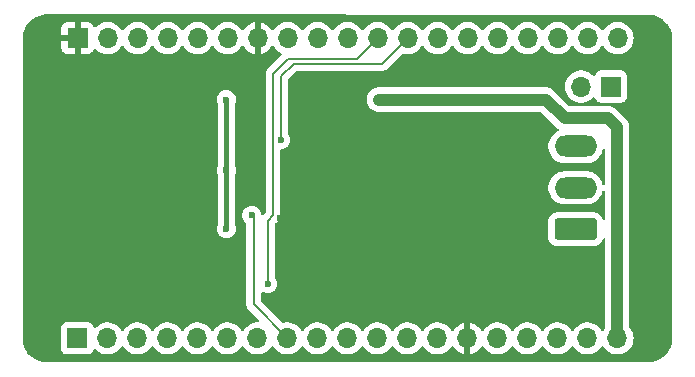
<source format=gbr>
%TF.GenerationSoftware,KiCad,Pcbnew,8.0.5*%
%TF.CreationDate,2025-01-12T16:45:05+07:00*%
%TF.ProjectId,ESP32-MODBUS-RS485-SHIELD,45535033-322d-44d4-9f44-4255532d5253,rev?*%
%TF.SameCoordinates,Original*%
%TF.FileFunction,Copper,L2,Bot*%
%TF.FilePolarity,Positive*%
%FSLAX46Y46*%
G04 Gerber Fmt 4.6, Leading zero omitted, Abs format (unit mm)*
G04 Created by KiCad (PCBNEW 8.0.5) date 2025-01-12 16:45:05*
%MOMM*%
%LPD*%
G01*
G04 APERTURE LIST*
G04 Aperture macros list*
%AMRoundRect*
0 Rectangle with rounded corners*
0 $1 Rounding radius*
0 $2 $3 $4 $5 $6 $7 $8 $9 X,Y pos of 4 corners*
0 Add a 4 corners polygon primitive as box body*
4,1,4,$2,$3,$4,$5,$6,$7,$8,$9,$2,$3,0*
0 Add four circle primitives for the rounded corners*
1,1,$1+$1,$2,$3*
1,1,$1+$1,$4,$5*
1,1,$1+$1,$6,$7*
1,1,$1+$1,$8,$9*
0 Add four rect primitives between the rounded corners*
20,1,$1+$1,$2,$3,$4,$5,0*
20,1,$1+$1,$4,$5,$6,$7,0*
20,1,$1+$1,$6,$7,$8,$9,0*
20,1,$1+$1,$8,$9,$2,$3,0*%
G04 Aperture macros list end*
%TA.AperFunction,ComponentPad*%
%ADD10RoundRect,0.250000X1.550000X-0.650000X1.550000X0.650000X-1.550000X0.650000X-1.550000X-0.650000X0*%
%TD*%
%TA.AperFunction,ComponentPad*%
%ADD11O,3.600000X1.800000*%
%TD*%
%TA.AperFunction,ComponentPad*%
%ADD12R,1.700000X1.700000*%
%TD*%
%TA.AperFunction,ComponentPad*%
%ADD13O,1.700000X1.700000*%
%TD*%
%TA.AperFunction,ViaPad*%
%ADD14C,0.600000*%
%TD*%
%TA.AperFunction,ViaPad*%
%ADD15C,0.800000*%
%TD*%
%TA.AperFunction,Conductor*%
%ADD16C,0.381000*%
%TD*%
%TA.AperFunction,Conductor*%
%ADD17C,0.203200*%
%TD*%
%TA.AperFunction,Conductor*%
%ADD18C,1.016000*%
%TD*%
G04 APERTURE END LIST*
D10*
%TO.P,J9,1,Pin_1*%
%TO.N,/A*%
X163667500Y-97670000D03*
D11*
%TO.P,J9,2,Pin_2*%
%TO.N,/RS485_COM*%
X163667500Y-94170000D03*
%TO.P,J9,3,Pin_3*%
%TO.N,/B*%
X163667500Y-90670000D03*
%TD*%
D12*
%TO.P,J1,1,Pin_1*%
%TO.N,/3V3*%
X121490000Y-106925000D03*
D13*
%TO.P,J1,2,Pin_2*%
%TO.N,/EN*%
X124030000Y-106925000D03*
%TO.P,J1,3,Pin_3*%
%TO.N,/GPIO36*%
X126570000Y-106925000D03*
%TO.P,J1,4,Pin_4*%
%TO.N,/GPIO39*%
X129110000Y-106925000D03*
%TO.P,J1,5,Pin_5*%
%TO.N,/GPIO34*%
X131650000Y-106925000D03*
%TO.P,J1,6,Pin_6*%
%TO.N,/GPIO35*%
X134190000Y-106925000D03*
%TO.P,J1,7,Pin_7*%
%TO.N,/GPIO32*%
X136730000Y-106925000D03*
%TO.P,J1,8,Pin_8*%
%TO.N,/RS485_DE*%
X139270000Y-106925000D03*
%TO.P,J1,9,Pin_9*%
%TO.N,/GPIO25*%
X141810000Y-106925000D03*
%TO.P,J1,10,Pin_10*%
%TO.N,/GPIO26*%
X144350000Y-106925000D03*
%TO.P,J1,11,Pin_11*%
%TO.N,/GPIO27*%
X146890000Y-106925000D03*
%TO.P,J1,12,Pin_12*%
%TO.N,/GPIO14*%
X149430000Y-106925000D03*
%TO.P,J1,13,Pin_13*%
%TO.N,/GPIO12*%
X151970000Y-106925000D03*
%TO.P,J1,14,Pin_14*%
%TO.N,GND*%
X154510000Y-106925000D03*
%TO.P,J1,15,Pin_15*%
%TO.N,/GPIO13*%
X157050000Y-106925000D03*
%TO.P,J1,16,Pin_16*%
%TO.N,/GPIO9*%
X159590000Y-106925000D03*
%TO.P,J1,17,Pin_17*%
%TO.N,/GPIO10*%
X162130000Y-106925000D03*
%TO.P,J1,18,Pin_18*%
%TO.N,/GPIO11*%
X164670000Y-106925000D03*
%TO.P,J1,19,Pin_19*%
%TO.N,Net-(J1-Pin_19)*%
X167210000Y-106925000D03*
%TD*%
D12*
%TO.P,J10,1,Pin_1*%
%TO.N,/A*%
X166675000Y-85600000D03*
D13*
%TO.P,J10,2,Pin_2*%
%TO.N,Net-(J10-Pin_2)*%
X164135000Y-85600000D03*
%TD*%
D12*
%TO.P,J2,1,Pin_1*%
%TO.N,GND*%
X121500000Y-81500000D03*
D13*
%TO.P,J2,2,Pin_2*%
%TO.N,/GPIO23*%
X124040000Y-81500000D03*
%TO.P,J2,3,Pin_3*%
%TO.N,/GPIO22*%
X126580000Y-81500000D03*
%TO.P,J2,4,Pin_4*%
%TO.N,/GPIO1*%
X129120000Y-81500000D03*
%TO.P,J2,5,Pin_5*%
%TO.N,/GPIO3*%
X131660000Y-81500000D03*
%TO.P,J2,6,Pin_6*%
%TO.N,/GPIO21*%
X134200000Y-81500000D03*
%TO.P,J2,7,Pin_7*%
%TO.N,GND*%
X136740000Y-81500000D03*
%TO.P,J2,8,Pin_8*%
%TO.N,/GPIO19*%
X139280000Y-81500000D03*
%TO.P,J2,9,Pin_9*%
%TO.N,/GPIO18*%
X141820000Y-81500000D03*
%TO.P,J2,10,Pin_10*%
%TO.N,/GPIO5*%
X144360000Y-81500000D03*
%TO.P,J2,11,Pin_11*%
%TO.N,/RS485_TX*%
X146900000Y-81500000D03*
%TO.P,J2,12,Pin_12*%
%TO.N,/RS485_RX*%
X149440000Y-81500000D03*
%TO.P,J2,13,Pin_13*%
%TO.N,/GPIO4*%
X151980000Y-81500000D03*
%TO.P,J2,14,Pin_14*%
%TO.N,/GPIO0*%
X154520000Y-81500000D03*
%TO.P,J2,15,Pin_15*%
%TO.N,/GPIO2*%
X157060000Y-81500000D03*
%TO.P,J2,16,Pin_16*%
%TO.N,/GPIO15*%
X159600000Y-81500000D03*
%TO.P,J2,17,Pin_17*%
%TO.N,/GPIO8*%
X162140000Y-81500000D03*
%TO.P,J2,18,Pin_18*%
%TO.N,/GPIO7*%
X164680000Y-81500000D03*
%TO.P,J2,19,Pin_19*%
%TO.N,/GPIO6*%
X167220000Y-81500000D03*
%TD*%
D14*
%TO.N,GND*%
X137050000Y-91350000D03*
X139800000Y-100350000D03*
X140950000Y-89700000D03*
X132750000Y-93000000D03*
X148900000Y-92250000D03*
X153050000Y-92250000D03*
X160800000Y-100400000D03*
X141400000Y-102950000D03*
X134900000Y-104350000D03*
X160800000Y-88450000D03*
X138900000Y-102950000D03*
X147750000Y-101250000D03*
X145400000Y-101250000D03*
X158100000Y-94050000D03*
X135900000Y-91350000D03*
X160950000Y-96100000D03*
X132800000Y-91650000D03*
X140900000Y-92450000D03*
X140050000Y-86800000D03*
X135350000Y-97500000D03*
X132650000Y-99100000D03*
X139000000Y-94950000D03*
X147800000Y-88900000D03*
X146700000Y-92250000D03*
X165450000Y-92400000D03*
X161500000Y-89100000D03*
X153000000Y-103200000D03*
X158300000Y-102700000D03*
X138650000Y-97800000D03*
X132550000Y-104350000D03*
X138650000Y-96750000D03*
X132650000Y-97450000D03*
X153000000Y-100750000D03*
%TO.N,/5V*%
X134100000Y-86700000D03*
X134100000Y-92700000D03*
X134100000Y-97650000D03*
%TO.N,/RS485_DE*%
X136250000Y-96500000D03*
%TO.N,/RS485_TX*%
X137600000Y-102300000D03*
%TO.N,/RS485_RX*%
X138698900Y-90100000D03*
D15*
%TO.N,Net-(J1-Pin_19)*%
X148050000Y-86700000D03*
X147000000Y-86700000D03*
%TD*%
D16*
%TO.N,/5V*%
X134100000Y-92700000D02*
X134100000Y-97650000D01*
X134100000Y-86700000D02*
X134100000Y-92700000D01*
D17*
%TO.N,/RS485_DE*%
X136400000Y-104055000D02*
X139270000Y-106925000D01*
X136400000Y-96650000D02*
X136400000Y-104055000D01*
X136250000Y-96500000D02*
X136400000Y-96650000D01*
%TO.N,/RS485_TX*%
X139300000Y-83250000D02*
X145150000Y-83250000D01*
X138050000Y-96499209D02*
X138050000Y-84500000D01*
X145150000Y-83250000D02*
X146900000Y-81500000D01*
X138050000Y-84500000D02*
X139300000Y-83250000D01*
X137600000Y-96949209D02*
X138050000Y-96499209D01*
X137600000Y-102300000D02*
X137600000Y-96949209D01*
%TO.N,/RS485_RX*%
X147286800Y-83653200D02*
X149440000Y-81500000D01*
X139796800Y-83653200D02*
X147286800Y-83653200D01*
X138698900Y-90100000D02*
X138698900Y-84751100D01*
X138698900Y-84751100D02*
X139796800Y-83653200D01*
D18*
%TO.N,Net-(J1-Pin_19)*%
X167210000Y-106925000D02*
X167210000Y-89060000D01*
X161150000Y-86700000D02*
X147000000Y-86700000D01*
X167210000Y-89060000D02*
X166450000Y-88300000D01*
X162750000Y-88300000D02*
X161150000Y-86700000D01*
X166450000Y-88300000D02*
X162750000Y-88300000D01*
%TD*%
%TA.AperFunction,Conductor*%
%TO.N,GND*%
G36*
X118900905Y-79502674D02*
G01*
X169848961Y-79524999D01*
X169851035Y-79525018D01*
X169984980Y-79527407D01*
X170000654Y-79528668D01*
X170266762Y-79566928D01*
X170284322Y-79570749D01*
X170541171Y-79646167D01*
X170558014Y-79652448D01*
X170686974Y-79711343D01*
X170801524Y-79763656D01*
X170817303Y-79772272D01*
X171042505Y-79917001D01*
X171056896Y-79927774D01*
X171259208Y-80103078D01*
X171271921Y-80115791D01*
X171447225Y-80318103D01*
X171457998Y-80332494D01*
X171602727Y-80557696D01*
X171611343Y-80573475D01*
X171722550Y-80816984D01*
X171728832Y-80833828D01*
X171804249Y-81090674D01*
X171808071Y-81108240D01*
X171846330Y-81374339D01*
X171847592Y-81390023D01*
X171849980Y-81523877D01*
X171850000Y-81526125D01*
X171850000Y-106923874D01*
X171849980Y-106926122D01*
X171847592Y-107059976D01*
X171846330Y-107075660D01*
X171808071Y-107341759D01*
X171804249Y-107359325D01*
X171728832Y-107616171D01*
X171722550Y-107633015D01*
X171611343Y-107876524D01*
X171602727Y-107892303D01*
X171457998Y-108117505D01*
X171447225Y-108131896D01*
X171271921Y-108334208D01*
X171259208Y-108346921D01*
X171056896Y-108522225D01*
X171042505Y-108532998D01*
X170817303Y-108677727D01*
X170801524Y-108686343D01*
X170558015Y-108797550D01*
X170541171Y-108803832D01*
X170284325Y-108879249D01*
X170266759Y-108883071D01*
X170000660Y-108921330D01*
X169984976Y-108922592D01*
X169853500Y-108924937D01*
X169851120Y-108924980D01*
X169848874Y-108925000D01*
X118851126Y-108925000D01*
X118848879Y-108924980D01*
X118846431Y-108924936D01*
X118715023Y-108922592D01*
X118699339Y-108921330D01*
X118433240Y-108883071D01*
X118415674Y-108879249D01*
X118158828Y-108803832D01*
X118141984Y-108797550D01*
X117898475Y-108686343D01*
X117882696Y-108677727D01*
X117657494Y-108532998D01*
X117643103Y-108522225D01*
X117440791Y-108346921D01*
X117428078Y-108334208D01*
X117252774Y-108131896D01*
X117242001Y-108117505D01*
X117097272Y-107892303D01*
X117088656Y-107876524D01*
X117070326Y-107836388D01*
X116977448Y-107633014D01*
X116971167Y-107616171D01*
X116960625Y-107580268D01*
X116895749Y-107359322D01*
X116891928Y-107341759D01*
X116853669Y-107075660D01*
X116852407Y-107059975D01*
X116850020Y-106926121D01*
X116850000Y-106923874D01*
X116850000Y-106026350D01*
X120131500Y-106026350D01*
X120131500Y-107823649D01*
X120138009Y-107884196D01*
X120138011Y-107884204D01*
X120189110Y-108021202D01*
X120189112Y-108021207D01*
X120276738Y-108138261D01*
X120393792Y-108225887D01*
X120393794Y-108225888D01*
X120393796Y-108225889D01*
X120447600Y-108245957D01*
X120530795Y-108276988D01*
X120530803Y-108276990D01*
X120591350Y-108283499D01*
X120591355Y-108283499D01*
X120591362Y-108283500D01*
X120591368Y-108283500D01*
X122388632Y-108283500D01*
X122388638Y-108283500D01*
X122388645Y-108283499D01*
X122388649Y-108283499D01*
X122449196Y-108276990D01*
X122449199Y-108276989D01*
X122449201Y-108276989D01*
X122586204Y-108225889D01*
X122656399Y-108173342D01*
X122703261Y-108138261D01*
X122790886Y-108021208D01*
X122790885Y-108021208D01*
X122790889Y-108021204D01*
X122834999Y-107902939D01*
X122877545Y-107846107D01*
X122944066Y-107821296D01*
X123013440Y-107836388D01*
X123045753Y-107861635D01*
X123066529Y-107884204D01*
X123106762Y-107927908D01*
X123161331Y-107970381D01*
X123284424Y-108066189D01*
X123482426Y-108173342D01*
X123482427Y-108173342D01*
X123482428Y-108173343D01*
X123594227Y-108211723D01*
X123695365Y-108246444D01*
X123917431Y-108283500D01*
X123917435Y-108283500D01*
X124142565Y-108283500D01*
X124142569Y-108283500D01*
X124364635Y-108246444D01*
X124577574Y-108173342D01*
X124775576Y-108066189D01*
X124953240Y-107927906D01*
X125105722Y-107762268D01*
X125105927Y-107761955D01*
X125111115Y-107754012D01*
X125194518Y-107626354D01*
X125248520Y-107580268D01*
X125318868Y-107570692D01*
X125383225Y-107600669D01*
X125405480Y-107626353D01*
X125409833Y-107633015D01*
X125494275Y-107762265D01*
X125494279Y-107762270D01*
X125646762Y-107927908D01*
X125701331Y-107970381D01*
X125824424Y-108066189D01*
X126022426Y-108173342D01*
X126022427Y-108173342D01*
X126022428Y-108173343D01*
X126134227Y-108211723D01*
X126235365Y-108246444D01*
X126457431Y-108283500D01*
X126457435Y-108283500D01*
X126682565Y-108283500D01*
X126682569Y-108283500D01*
X126904635Y-108246444D01*
X127117574Y-108173342D01*
X127315576Y-108066189D01*
X127493240Y-107927906D01*
X127645722Y-107762268D01*
X127645927Y-107761955D01*
X127651115Y-107754012D01*
X127734518Y-107626354D01*
X127788520Y-107580268D01*
X127858868Y-107570692D01*
X127923225Y-107600669D01*
X127945480Y-107626353D01*
X127949833Y-107633015D01*
X128034275Y-107762265D01*
X128034279Y-107762270D01*
X128186762Y-107927908D01*
X128241331Y-107970381D01*
X128364424Y-108066189D01*
X128562426Y-108173342D01*
X128562427Y-108173342D01*
X128562428Y-108173343D01*
X128674227Y-108211723D01*
X128775365Y-108246444D01*
X128997431Y-108283500D01*
X128997435Y-108283500D01*
X129222565Y-108283500D01*
X129222569Y-108283500D01*
X129444635Y-108246444D01*
X129657574Y-108173342D01*
X129855576Y-108066189D01*
X130033240Y-107927906D01*
X130185722Y-107762268D01*
X130185927Y-107761955D01*
X130191115Y-107754012D01*
X130274518Y-107626354D01*
X130328520Y-107580268D01*
X130398868Y-107570692D01*
X130463225Y-107600669D01*
X130485480Y-107626353D01*
X130489833Y-107633015D01*
X130574275Y-107762265D01*
X130574279Y-107762270D01*
X130726762Y-107927908D01*
X130781331Y-107970381D01*
X130904424Y-108066189D01*
X131102426Y-108173342D01*
X131102427Y-108173342D01*
X131102428Y-108173343D01*
X131214227Y-108211723D01*
X131315365Y-108246444D01*
X131537431Y-108283500D01*
X131537435Y-108283500D01*
X131762565Y-108283500D01*
X131762569Y-108283500D01*
X131984635Y-108246444D01*
X132197574Y-108173342D01*
X132395576Y-108066189D01*
X132573240Y-107927906D01*
X132725722Y-107762268D01*
X132725927Y-107761955D01*
X132731115Y-107754012D01*
X132814518Y-107626354D01*
X132868520Y-107580268D01*
X132938868Y-107570692D01*
X133003225Y-107600669D01*
X133025480Y-107626353D01*
X133029833Y-107633015D01*
X133114275Y-107762265D01*
X133114279Y-107762270D01*
X133266762Y-107927908D01*
X133321331Y-107970381D01*
X133444424Y-108066189D01*
X133642426Y-108173342D01*
X133642427Y-108173342D01*
X133642428Y-108173343D01*
X133754227Y-108211723D01*
X133855365Y-108246444D01*
X134077431Y-108283500D01*
X134077435Y-108283500D01*
X134302565Y-108283500D01*
X134302569Y-108283500D01*
X134524635Y-108246444D01*
X134737574Y-108173342D01*
X134935576Y-108066189D01*
X135113240Y-107927906D01*
X135265722Y-107762268D01*
X135265927Y-107761955D01*
X135271115Y-107754012D01*
X135354518Y-107626354D01*
X135408520Y-107580268D01*
X135478868Y-107570692D01*
X135543225Y-107600669D01*
X135565480Y-107626353D01*
X135569833Y-107633015D01*
X135654275Y-107762265D01*
X135654279Y-107762270D01*
X135806762Y-107927908D01*
X135861331Y-107970381D01*
X135984424Y-108066189D01*
X136182426Y-108173342D01*
X136182427Y-108173342D01*
X136182428Y-108173343D01*
X136294227Y-108211723D01*
X136395365Y-108246444D01*
X136617431Y-108283500D01*
X136617435Y-108283500D01*
X136842565Y-108283500D01*
X136842569Y-108283500D01*
X137064635Y-108246444D01*
X137277574Y-108173342D01*
X137475576Y-108066189D01*
X137653240Y-107927906D01*
X137805722Y-107762268D01*
X137805927Y-107761955D01*
X137811115Y-107754012D01*
X137894518Y-107626354D01*
X137948520Y-107580268D01*
X138018868Y-107570692D01*
X138083225Y-107600669D01*
X138105480Y-107626353D01*
X138109833Y-107633015D01*
X138194275Y-107762265D01*
X138194279Y-107762270D01*
X138346762Y-107927908D01*
X138401331Y-107970381D01*
X138524424Y-108066189D01*
X138722426Y-108173342D01*
X138722427Y-108173342D01*
X138722428Y-108173343D01*
X138834227Y-108211723D01*
X138935365Y-108246444D01*
X139157431Y-108283500D01*
X139157435Y-108283500D01*
X139382565Y-108283500D01*
X139382569Y-108283500D01*
X139604635Y-108246444D01*
X139817574Y-108173342D01*
X140015576Y-108066189D01*
X140193240Y-107927906D01*
X140345722Y-107762268D01*
X140345927Y-107761955D01*
X140351115Y-107754012D01*
X140434518Y-107626354D01*
X140488520Y-107580268D01*
X140558868Y-107570692D01*
X140623225Y-107600669D01*
X140645480Y-107626353D01*
X140649833Y-107633015D01*
X140734275Y-107762265D01*
X140734279Y-107762270D01*
X140886762Y-107927908D01*
X140941331Y-107970381D01*
X141064424Y-108066189D01*
X141262426Y-108173342D01*
X141262427Y-108173342D01*
X141262428Y-108173343D01*
X141374227Y-108211723D01*
X141475365Y-108246444D01*
X141697431Y-108283500D01*
X141697435Y-108283500D01*
X141922565Y-108283500D01*
X141922569Y-108283500D01*
X142144635Y-108246444D01*
X142357574Y-108173342D01*
X142555576Y-108066189D01*
X142733240Y-107927906D01*
X142885722Y-107762268D01*
X142885927Y-107761955D01*
X142891115Y-107754012D01*
X142974518Y-107626354D01*
X143028520Y-107580268D01*
X143098868Y-107570692D01*
X143163225Y-107600669D01*
X143185480Y-107626353D01*
X143189833Y-107633015D01*
X143274275Y-107762265D01*
X143274279Y-107762270D01*
X143426762Y-107927908D01*
X143481331Y-107970381D01*
X143604424Y-108066189D01*
X143802426Y-108173342D01*
X143802427Y-108173342D01*
X143802428Y-108173343D01*
X143914227Y-108211723D01*
X144015365Y-108246444D01*
X144237431Y-108283500D01*
X144237435Y-108283500D01*
X144462565Y-108283500D01*
X144462569Y-108283500D01*
X144684635Y-108246444D01*
X144897574Y-108173342D01*
X145095576Y-108066189D01*
X145273240Y-107927906D01*
X145425722Y-107762268D01*
X145425927Y-107761955D01*
X145431115Y-107754012D01*
X145514518Y-107626354D01*
X145568520Y-107580268D01*
X145638868Y-107570692D01*
X145703225Y-107600669D01*
X145725480Y-107626353D01*
X145729833Y-107633015D01*
X145814275Y-107762265D01*
X145814279Y-107762270D01*
X145966762Y-107927908D01*
X146021331Y-107970381D01*
X146144424Y-108066189D01*
X146342426Y-108173342D01*
X146342427Y-108173342D01*
X146342428Y-108173343D01*
X146454227Y-108211723D01*
X146555365Y-108246444D01*
X146777431Y-108283500D01*
X146777435Y-108283500D01*
X147002565Y-108283500D01*
X147002569Y-108283500D01*
X147224635Y-108246444D01*
X147437574Y-108173342D01*
X147635576Y-108066189D01*
X147813240Y-107927906D01*
X147965722Y-107762268D01*
X147965927Y-107761955D01*
X147971115Y-107754012D01*
X148054518Y-107626354D01*
X148108520Y-107580268D01*
X148178868Y-107570692D01*
X148243225Y-107600669D01*
X148265480Y-107626353D01*
X148269833Y-107633015D01*
X148354275Y-107762265D01*
X148354279Y-107762270D01*
X148506762Y-107927908D01*
X148561331Y-107970381D01*
X148684424Y-108066189D01*
X148882426Y-108173342D01*
X148882427Y-108173342D01*
X148882428Y-108173343D01*
X148994227Y-108211723D01*
X149095365Y-108246444D01*
X149317431Y-108283500D01*
X149317435Y-108283500D01*
X149542565Y-108283500D01*
X149542569Y-108283500D01*
X149764635Y-108246444D01*
X149977574Y-108173342D01*
X150175576Y-108066189D01*
X150353240Y-107927906D01*
X150505722Y-107762268D01*
X150505927Y-107761955D01*
X150511115Y-107754012D01*
X150594518Y-107626354D01*
X150648520Y-107580268D01*
X150718868Y-107570692D01*
X150783225Y-107600669D01*
X150805480Y-107626353D01*
X150809833Y-107633015D01*
X150894275Y-107762265D01*
X150894279Y-107762270D01*
X151046762Y-107927908D01*
X151101331Y-107970381D01*
X151224424Y-108066189D01*
X151422426Y-108173342D01*
X151422427Y-108173342D01*
X151422428Y-108173343D01*
X151534227Y-108211723D01*
X151635365Y-108246444D01*
X151857431Y-108283500D01*
X151857435Y-108283500D01*
X152082565Y-108283500D01*
X152082569Y-108283500D01*
X152304635Y-108246444D01*
X152517574Y-108173342D01*
X152715576Y-108066189D01*
X152893240Y-107927906D01*
X153045722Y-107762268D01*
X153045927Y-107761955D01*
X153130168Y-107633014D01*
X153134816Y-107625898D01*
X153188819Y-107579810D01*
X153259167Y-107570235D01*
X153323524Y-107600212D01*
X153345782Y-107625898D01*
X153434674Y-107761958D01*
X153587097Y-107927534D01*
X153764698Y-108065767D01*
X153764699Y-108065768D01*
X153962628Y-108172882D01*
X153962630Y-108172883D01*
X154175483Y-108245955D01*
X154175492Y-108245957D01*
X154256000Y-108259391D01*
X154256000Y-107355702D01*
X154317007Y-107390925D01*
X154444174Y-107425000D01*
X154575826Y-107425000D01*
X154702993Y-107390925D01*
X154764000Y-107355702D01*
X154764000Y-108259390D01*
X154844507Y-108245957D01*
X154844516Y-108245955D01*
X155057369Y-108172883D01*
X155057371Y-108172882D01*
X155255300Y-108065768D01*
X155255301Y-108065767D01*
X155432902Y-107927534D01*
X155585327Y-107761955D01*
X155674217Y-107625899D01*
X155728220Y-107579810D01*
X155798568Y-107570235D01*
X155862925Y-107600212D01*
X155885183Y-107625898D01*
X155974279Y-107762270D01*
X156126762Y-107927908D01*
X156181331Y-107970381D01*
X156304424Y-108066189D01*
X156502426Y-108173342D01*
X156502427Y-108173342D01*
X156502428Y-108173343D01*
X156614227Y-108211723D01*
X156715365Y-108246444D01*
X156937431Y-108283500D01*
X156937435Y-108283500D01*
X157162565Y-108283500D01*
X157162569Y-108283500D01*
X157384635Y-108246444D01*
X157597574Y-108173342D01*
X157795576Y-108066189D01*
X157973240Y-107927906D01*
X158125722Y-107762268D01*
X158125927Y-107761955D01*
X158131115Y-107754012D01*
X158214518Y-107626354D01*
X158268520Y-107580268D01*
X158338868Y-107570692D01*
X158403225Y-107600669D01*
X158425480Y-107626353D01*
X158429833Y-107633015D01*
X158514275Y-107762265D01*
X158514279Y-107762270D01*
X158666762Y-107927908D01*
X158721331Y-107970381D01*
X158844424Y-108066189D01*
X159042426Y-108173342D01*
X159042427Y-108173342D01*
X159042428Y-108173343D01*
X159154227Y-108211723D01*
X159255365Y-108246444D01*
X159477431Y-108283500D01*
X159477435Y-108283500D01*
X159702565Y-108283500D01*
X159702569Y-108283500D01*
X159924635Y-108246444D01*
X160137574Y-108173342D01*
X160335576Y-108066189D01*
X160513240Y-107927906D01*
X160665722Y-107762268D01*
X160665927Y-107761955D01*
X160671115Y-107754012D01*
X160754518Y-107626354D01*
X160808520Y-107580268D01*
X160878868Y-107570692D01*
X160943225Y-107600669D01*
X160965480Y-107626353D01*
X160969833Y-107633015D01*
X161054275Y-107762265D01*
X161054279Y-107762270D01*
X161206762Y-107927908D01*
X161261331Y-107970381D01*
X161384424Y-108066189D01*
X161582426Y-108173342D01*
X161582427Y-108173342D01*
X161582428Y-108173343D01*
X161694227Y-108211723D01*
X161795365Y-108246444D01*
X162017431Y-108283500D01*
X162017435Y-108283500D01*
X162242565Y-108283500D01*
X162242569Y-108283500D01*
X162464635Y-108246444D01*
X162677574Y-108173342D01*
X162875576Y-108066189D01*
X163053240Y-107927906D01*
X163205722Y-107762268D01*
X163205927Y-107761955D01*
X163211115Y-107754012D01*
X163294518Y-107626354D01*
X163348520Y-107580268D01*
X163418868Y-107570692D01*
X163483225Y-107600669D01*
X163505480Y-107626353D01*
X163509833Y-107633015D01*
X163594275Y-107762265D01*
X163594279Y-107762270D01*
X163746762Y-107927908D01*
X163801331Y-107970381D01*
X163924424Y-108066189D01*
X164122426Y-108173342D01*
X164122427Y-108173342D01*
X164122428Y-108173343D01*
X164234227Y-108211723D01*
X164335365Y-108246444D01*
X164557431Y-108283500D01*
X164557435Y-108283500D01*
X164782565Y-108283500D01*
X164782569Y-108283500D01*
X165004635Y-108246444D01*
X165217574Y-108173342D01*
X165415576Y-108066189D01*
X165593240Y-107927906D01*
X165745722Y-107762268D01*
X165745927Y-107761955D01*
X165751115Y-107754012D01*
X165834518Y-107626354D01*
X165888520Y-107580268D01*
X165958868Y-107570692D01*
X166023225Y-107600669D01*
X166045480Y-107626353D01*
X166049833Y-107633015D01*
X166134275Y-107762265D01*
X166134279Y-107762270D01*
X166286762Y-107927908D01*
X166341331Y-107970381D01*
X166464424Y-108066189D01*
X166662426Y-108173342D01*
X166662427Y-108173342D01*
X166662428Y-108173343D01*
X166774227Y-108211723D01*
X166875365Y-108246444D01*
X167097431Y-108283500D01*
X167097435Y-108283500D01*
X167322565Y-108283500D01*
X167322569Y-108283500D01*
X167544635Y-108246444D01*
X167757574Y-108173342D01*
X167955576Y-108066189D01*
X168133240Y-107927906D01*
X168285722Y-107762268D01*
X168285927Y-107761955D01*
X168370167Y-107633015D01*
X168408860Y-107573791D01*
X168499296Y-107367616D01*
X168554564Y-107149368D01*
X168573156Y-106925000D01*
X168554564Y-106700632D01*
X168499296Y-106482384D01*
X168408860Y-106276209D01*
X168347291Y-106181970D01*
X168285724Y-106087735D01*
X168285723Y-106087734D01*
X168285722Y-106087732D01*
X168259798Y-106059571D01*
X168228378Y-105995905D01*
X168226500Y-105974234D01*
X168226500Y-88959886D01*
X168226499Y-88959881D01*
X168224132Y-88947981D01*
X168224131Y-88947978D01*
X168187436Y-88763498D01*
X168110810Y-88578507D01*
X167999567Y-88412018D01*
X167097981Y-87510433D01*
X166931493Y-87399190D01*
X166807864Y-87347981D01*
X166746505Y-87322565D01*
X166746502Y-87322564D01*
X166550119Y-87283500D01*
X166550116Y-87283500D01*
X163223238Y-87283500D01*
X163155117Y-87263498D01*
X163134143Y-87246595D01*
X161797988Y-85910439D01*
X161797982Y-85910434D01*
X161797981Y-85910433D01*
X161631493Y-85799190D01*
X161514839Y-85750870D01*
X161446505Y-85722565D01*
X161446502Y-85722564D01*
X161250119Y-85683500D01*
X161250116Y-85683500D01*
X146899884Y-85683500D01*
X146899880Y-85683500D01*
X146703497Y-85722564D01*
X146703494Y-85722565D01*
X146518507Y-85799190D01*
X146352017Y-85910434D01*
X146352011Y-85910439D01*
X146210439Y-86052011D01*
X146210434Y-86052017D01*
X146099190Y-86218507D01*
X146022565Y-86403494D01*
X146022564Y-86403497D01*
X145983500Y-86599880D01*
X145983500Y-86800119D01*
X146022564Y-86996502D01*
X146022565Y-86996505D01*
X146050870Y-87064839D01*
X146099190Y-87181493D01*
X146193450Y-87322564D01*
X146210434Y-87347982D01*
X146210439Y-87347988D01*
X146352011Y-87489560D01*
X146352017Y-87489565D01*
X146352019Y-87489567D01*
X146518507Y-87600810D01*
X146703498Y-87677436D01*
X146899884Y-87716500D01*
X160676762Y-87716500D01*
X160744883Y-87736502D01*
X160765857Y-87753405D01*
X161960433Y-88947981D01*
X162102019Y-89089567D01*
X162210880Y-89162305D01*
X162256408Y-89216782D01*
X162265256Y-89287225D01*
X162234615Y-89351269D01*
X162198081Y-89379337D01*
X162029282Y-89465344D01*
X161849921Y-89595658D01*
X161693158Y-89752421D01*
X161562845Y-89931781D01*
X161462193Y-90129322D01*
X161462190Y-90129328D01*
X161393683Y-90340170D01*
X161393682Y-90340175D01*
X161393682Y-90340176D01*
X161359000Y-90559149D01*
X161359000Y-90780851D01*
X161393682Y-90999824D01*
X161393683Y-90999829D01*
X161462190Y-91210671D01*
X161462192Y-91210676D01*
X161462193Y-91210677D01*
X161562845Y-91408218D01*
X161693158Y-91587578D01*
X161849921Y-91744341D01*
X161849924Y-91744343D01*
X162029285Y-91874657D01*
X162226824Y-91975308D01*
X162437676Y-92043818D01*
X162656649Y-92078500D01*
X162656652Y-92078500D01*
X164678348Y-92078500D01*
X164678351Y-92078500D01*
X164897324Y-92043818D01*
X165108176Y-91975308D01*
X165305715Y-91874657D01*
X165485076Y-91744343D01*
X165641843Y-91587576D01*
X165772157Y-91408215D01*
X165872808Y-91210676D01*
X165941318Y-90999824D01*
X165943052Y-90988875D01*
X165973463Y-90924725D01*
X166033732Y-90887198D01*
X166104721Y-90888212D01*
X166163893Y-90927445D01*
X166192461Y-90992440D01*
X166193500Y-91008589D01*
X166193500Y-93831410D01*
X166173498Y-93899531D01*
X166119842Y-93946024D01*
X166049568Y-93956128D01*
X165984988Y-93926634D01*
X165946604Y-93866908D01*
X165943053Y-93851132D01*
X165941318Y-93840176D01*
X165872808Y-93629324D01*
X165772157Y-93431785D01*
X165641843Y-93252424D01*
X165641841Y-93252421D01*
X165485078Y-93095658D01*
X165305718Y-92965345D01*
X165305717Y-92965344D01*
X165305715Y-92965343D01*
X165108176Y-92864692D01*
X165108173Y-92864691D01*
X165108171Y-92864690D01*
X164897329Y-92796183D01*
X164897325Y-92796182D01*
X164897324Y-92796182D01*
X164678351Y-92761500D01*
X162656649Y-92761500D01*
X162437676Y-92796182D01*
X162437670Y-92796183D01*
X162226828Y-92864690D01*
X162226822Y-92864693D01*
X162029281Y-92965345D01*
X161849921Y-93095658D01*
X161693158Y-93252421D01*
X161562845Y-93431781D01*
X161462193Y-93629322D01*
X161462190Y-93629328D01*
X161393683Y-93840170D01*
X161393682Y-93840175D01*
X161393682Y-93840176D01*
X161359000Y-94059149D01*
X161359000Y-94280851D01*
X161393682Y-94499824D01*
X161393683Y-94499829D01*
X161462190Y-94710671D01*
X161462192Y-94710676D01*
X161462193Y-94710677D01*
X161562845Y-94908218D01*
X161693158Y-95087578D01*
X161849921Y-95244341D01*
X161849924Y-95244343D01*
X162029285Y-95374657D01*
X162226824Y-95475308D01*
X162437676Y-95543818D01*
X162656649Y-95578500D01*
X162656652Y-95578500D01*
X164678348Y-95578500D01*
X164678351Y-95578500D01*
X164897324Y-95543818D01*
X165108176Y-95475308D01*
X165305715Y-95374657D01*
X165485076Y-95244343D01*
X165641843Y-95087576D01*
X165772157Y-94908215D01*
X165872808Y-94710676D01*
X165941318Y-94499824D01*
X165943052Y-94488875D01*
X165973463Y-94424725D01*
X166033732Y-94387198D01*
X166104721Y-94388212D01*
X166163893Y-94427445D01*
X166192461Y-94492440D01*
X166193500Y-94508589D01*
X166193500Y-96773153D01*
X166173498Y-96841274D01*
X166119842Y-96887767D01*
X166049568Y-96897871D01*
X165984988Y-96868377D01*
X165947895Y-96812786D01*
X165928970Y-96755674D01*
X165909615Y-96697262D01*
X165816530Y-96546348D01*
X165816529Y-96546347D01*
X165816524Y-96546341D01*
X165691158Y-96420975D01*
X165691152Y-96420970D01*
X165676209Y-96411753D01*
X165540238Y-96327885D01*
X165405998Y-96283403D01*
X165371927Y-96272113D01*
X165371920Y-96272112D01*
X165268053Y-96261500D01*
X162066955Y-96261500D01*
X161963074Y-96272112D01*
X161794761Y-96327885D01*
X161643847Y-96420970D01*
X161643841Y-96420975D01*
X161518475Y-96546341D01*
X161518470Y-96546347D01*
X161425385Y-96697262D01*
X161369613Y-96865572D01*
X161369612Y-96865579D01*
X161359000Y-96969446D01*
X161359000Y-98370544D01*
X161369612Y-98474425D01*
X161425385Y-98642738D01*
X161518470Y-98793652D01*
X161518475Y-98793658D01*
X161643841Y-98919024D01*
X161643847Y-98919029D01*
X161643848Y-98919030D01*
X161794762Y-99012115D01*
X161963074Y-99067887D01*
X162066955Y-99078500D01*
X165268044Y-99078499D01*
X165371926Y-99067887D01*
X165540238Y-99012115D01*
X165691152Y-98919030D01*
X165816530Y-98793652D01*
X165909615Y-98642738D01*
X165947895Y-98527211D01*
X165988309Y-98468841D01*
X166053865Y-98441585D01*
X166123750Y-98454098D01*
X166175776Y-98502407D01*
X166193500Y-98566845D01*
X166193500Y-105974234D01*
X166173498Y-106042355D01*
X166160202Y-106059571D01*
X166134277Y-106087732D01*
X166045483Y-106223643D01*
X165991479Y-106269731D01*
X165921131Y-106279306D01*
X165856774Y-106249329D01*
X165834517Y-106223643D01*
X165745720Y-106087729D01*
X165616220Y-105947057D01*
X165593240Y-105922094D01*
X165593239Y-105922093D01*
X165593237Y-105922091D01*
X165473367Y-105828792D01*
X165415576Y-105783811D01*
X165217574Y-105676658D01*
X165217572Y-105676657D01*
X165217571Y-105676656D01*
X165004639Y-105603557D01*
X165004630Y-105603555D01*
X164927029Y-105590606D01*
X164782569Y-105566500D01*
X164557431Y-105566500D01*
X164412971Y-105590606D01*
X164335369Y-105603555D01*
X164335360Y-105603557D01*
X164122428Y-105676656D01*
X164122426Y-105676658D01*
X163924426Y-105783810D01*
X163924424Y-105783811D01*
X163746762Y-105922091D01*
X163594279Y-106087729D01*
X163505483Y-106223643D01*
X163451479Y-106269731D01*
X163381131Y-106279306D01*
X163316774Y-106249329D01*
X163294517Y-106223643D01*
X163205720Y-106087729D01*
X163076220Y-105947057D01*
X163053240Y-105922094D01*
X163053239Y-105922093D01*
X163053237Y-105922091D01*
X162933367Y-105828792D01*
X162875576Y-105783811D01*
X162677574Y-105676658D01*
X162677572Y-105676657D01*
X162677571Y-105676656D01*
X162464639Y-105603557D01*
X162464630Y-105603555D01*
X162387029Y-105590606D01*
X162242569Y-105566500D01*
X162017431Y-105566500D01*
X161872971Y-105590606D01*
X161795369Y-105603555D01*
X161795360Y-105603557D01*
X161582428Y-105676656D01*
X161582426Y-105676658D01*
X161384426Y-105783810D01*
X161384424Y-105783811D01*
X161206762Y-105922091D01*
X161054279Y-106087729D01*
X160965483Y-106223643D01*
X160911479Y-106269731D01*
X160841131Y-106279306D01*
X160776774Y-106249329D01*
X160754517Y-106223643D01*
X160665720Y-106087729D01*
X160536220Y-105947057D01*
X160513240Y-105922094D01*
X160513239Y-105922093D01*
X160513237Y-105922091D01*
X160393367Y-105828792D01*
X160335576Y-105783811D01*
X160137574Y-105676658D01*
X160137572Y-105676657D01*
X160137571Y-105676656D01*
X159924639Y-105603557D01*
X159924630Y-105603555D01*
X159847029Y-105590606D01*
X159702569Y-105566500D01*
X159477431Y-105566500D01*
X159332971Y-105590606D01*
X159255369Y-105603555D01*
X159255360Y-105603557D01*
X159042428Y-105676656D01*
X159042426Y-105676658D01*
X158844426Y-105783810D01*
X158844424Y-105783811D01*
X158666762Y-105922091D01*
X158514279Y-106087729D01*
X158425483Y-106223643D01*
X158371479Y-106269731D01*
X158301131Y-106279306D01*
X158236774Y-106249329D01*
X158214517Y-106223643D01*
X158125720Y-106087729D01*
X157996220Y-105947057D01*
X157973240Y-105922094D01*
X157973239Y-105922093D01*
X157973237Y-105922091D01*
X157853367Y-105828792D01*
X157795576Y-105783811D01*
X157597574Y-105676658D01*
X157597572Y-105676657D01*
X157597571Y-105676656D01*
X157384639Y-105603557D01*
X157384630Y-105603555D01*
X157307029Y-105590606D01*
X157162569Y-105566500D01*
X156937431Y-105566500D01*
X156792971Y-105590606D01*
X156715369Y-105603555D01*
X156715360Y-105603557D01*
X156502428Y-105676656D01*
X156502426Y-105676658D01*
X156304426Y-105783810D01*
X156304424Y-105783811D01*
X156126762Y-105922091D01*
X155974279Y-106087729D01*
X155885183Y-106224101D01*
X155831179Y-106270189D01*
X155760831Y-106279764D01*
X155696474Y-106249786D01*
X155674217Y-106224100D01*
X155585327Y-106088044D01*
X155432902Y-105922465D01*
X155255301Y-105784232D01*
X155255300Y-105784231D01*
X155057371Y-105677117D01*
X155057369Y-105677116D01*
X154844512Y-105604043D01*
X154844501Y-105604040D01*
X154764000Y-105590606D01*
X154764000Y-106494297D01*
X154702993Y-106459075D01*
X154575826Y-106425000D01*
X154444174Y-106425000D01*
X154317007Y-106459075D01*
X154256000Y-106494297D01*
X154256000Y-105590607D01*
X154255999Y-105590606D01*
X154175498Y-105604040D01*
X154175487Y-105604043D01*
X153962630Y-105677116D01*
X153962628Y-105677117D01*
X153764699Y-105784231D01*
X153764698Y-105784232D01*
X153587097Y-105922465D01*
X153434670Y-106088045D01*
X153345780Y-106224101D01*
X153291776Y-106270189D01*
X153221428Y-106279764D01*
X153157071Y-106249786D01*
X153134816Y-106224101D01*
X153095884Y-106164511D01*
X153045724Y-106087734D01*
X153045720Y-106087729D01*
X152916220Y-105947057D01*
X152893240Y-105922094D01*
X152893239Y-105922093D01*
X152893237Y-105922091D01*
X152773367Y-105828792D01*
X152715576Y-105783811D01*
X152517574Y-105676658D01*
X152517572Y-105676657D01*
X152517571Y-105676656D01*
X152304639Y-105603557D01*
X152304630Y-105603555D01*
X152227029Y-105590606D01*
X152082569Y-105566500D01*
X151857431Y-105566500D01*
X151712971Y-105590606D01*
X151635369Y-105603555D01*
X151635360Y-105603557D01*
X151422428Y-105676656D01*
X151422426Y-105676658D01*
X151224426Y-105783810D01*
X151224424Y-105783811D01*
X151046762Y-105922091D01*
X150894279Y-106087729D01*
X150805483Y-106223643D01*
X150751479Y-106269731D01*
X150681131Y-106279306D01*
X150616774Y-106249329D01*
X150594517Y-106223643D01*
X150505720Y-106087729D01*
X150376220Y-105947057D01*
X150353240Y-105922094D01*
X150353239Y-105922093D01*
X150353237Y-105922091D01*
X150233367Y-105828792D01*
X150175576Y-105783811D01*
X149977574Y-105676658D01*
X149977572Y-105676657D01*
X149977571Y-105676656D01*
X149764639Y-105603557D01*
X149764630Y-105603555D01*
X149687029Y-105590606D01*
X149542569Y-105566500D01*
X149317431Y-105566500D01*
X149172971Y-105590606D01*
X149095369Y-105603555D01*
X149095360Y-105603557D01*
X148882428Y-105676656D01*
X148882426Y-105676658D01*
X148684426Y-105783810D01*
X148684424Y-105783811D01*
X148506762Y-105922091D01*
X148354279Y-106087729D01*
X148265483Y-106223643D01*
X148211479Y-106269731D01*
X148141131Y-106279306D01*
X148076774Y-106249329D01*
X148054517Y-106223643D01*
X147965720Y-106087729D01*
X147836220Y-105947057D01*
X147813240Y-105922094D01*
X147813239Y-105922093D01*
X147813237Y-105922091D01*
X147693367Y-105828792D01*
X147635576Y-105783811D01*
X147437574Y-105676658D01*
X147437572Y-105676657D01*
X147437571Y-105676656D01*
X147224639Y-105603557D01*
X147224630Y-105603555D01*
X147147029Y-105590606D01*
X147002569Y-105566500D01*
X146777431Y-105566500D01*
X146632971Y-105590606D01*
X146555369Y-105603555D01*
X146555360Y-105603557D01*
X146342428Y-105676656D01*
X146342426Y-105676658D01*
X146144426Y-105783810D01*
X146144424Y-105783811D01*
X145966762Y-105922091D01*
X145814279Y-106087729D01*
X145725483Y-106223643D01*
X145671479Y-106269731D01*
X145601131Y-106279306D01*
X145536774Y-106249329D01*
X145514517Y-106223643D01*
X145425720Y-106087729D01*
X145296220Y-105947057D01*
X145273240Y-105922094D01*
X145273239Y-105922093D01*
X145273237Y-105922091D01*
X145153367Y-105828792D01*
X145095576Y-105783811D01*
X144897574Y-105676658D01*
X144897572Y-105676657D01*
X144897571Y-105676656D01*
X144684639Y-105603557D01*
X144684630Y-105603555D01*
X144607029Y-105590606D01*
X144462569Y-105566500D01*
X144237431Y-105566500D01*
X144092971Y-105590606D01*
X144015369Y-105603555D01*
X144015360Y-105603557D01*
X143802428Y-105676656D01*
X143802426Y-105676658D01*
X143604426Y-105783810D01*
X143604424Y-105783811D01*
X143426762Y-105922091D01*
X143274279Y-106087729D01*
X143185483Y-106223643D01*
X143131479Y-106269731D01*
X143061131Y-106279306D01*
X142996774Y-106249329D01*
X142974517Y-106223643D01*
X142885720Y-106087729D01*
X142756220Y-105947057D01*
X142733240Y-105922094D01*
X142733239Y-105922093D01*
X142733237Y-105922091D01*
X142613367Y-105828792D01*
X142555576Y-105783811D01*
X142357574Y-105676658D01*
X142357572Y-105676657D01*
X142357571Y-105676656D01*
X142144639Y-105603557D01*
X142144630Y-105603555D01*
X142067029Y-105590606D01*
X141922569Y-105566500D01*
X141697431Y-105566500D01*
X141552971Y-105590606D01*
X141475369Y-105603555D01*
X141475360Y-105603557D01*
X141262428Y-105676656D01*
X141262426Y-105676658D01*
X141064426Y-105783810D01*
X141064424Y-105783811D01*
X140886762Y-105922091D01*
X140734279Y-106087729D01*
X140645483Y-106223643D01*
X140591479Y-106269731D01*
X140521131Y-106279306D01*
X140456774Y-106249329D01*
X140434517Y-106223643D01*
X140345720Y-106087729D01*
X140216220Y-105947057D01*
X140193240Y-105922094D01*
X140193239Y-105922093D01*
X140193237Y-105922091D01*
X140073367Y-105828792D01*
X140015576Y-105783811D01*
X139817574Y-105676658D01*
X139817572Y-105676657D01*
X139817571Y-105676656D01*
X139604639Y-105603557D01*
X139604630Y-105603555D01*
X139527029Y-105590606D01*
X139382569Y-105566500D01*
X139157431Y-105566500D01*
X139012971Y-105590606D01*
X138935369Y-105603555D01*
X138935356Y-105603558D01*
X138917441Y-105609708D01*
X138846516Y-105612905D01*
X138787440Y-105579628D01*
X137047005Y-103839193D01*
X137012979Y-103776881D01*
X137010100Y-103750098D01*
X137010100Y-103112178D01*
X137030102Y-103044057D01*
X137083758Y-102997564D01*
X137154032Y-102987460D01*
X137203135Y-103005490D01*
X137246985Y-103033043D01*
X137418953Y-103093217D01*
X137600000Y-103113616D01*
X137781047Y-103093217D01*
X137953015Y-103033043D01*
X138107281Y-102936111D01*
X138236111Y-102807281D01*
X138333043Y-102653015D01*
X138393217Y-102481047D01*
X138413616Y-102300000D01*
X138393217Y-102118953D01*
X138333043Y-101946985D01*
X138333041Y-101946982D01*
X138333041Y-101946981D01*
X138232347Y-101786727D01*
X138233970Y-101785707D01*
X138210755Y-101728844D01*
X138210100Y-101716012D01*
X138210100Y-97254111D01*
X138230102Y-97185990D01*
X138247005Y-97165016D01*
X138275910Y-97136111D01*
X138523896Y-96888125D01*
X138566420Y-96824483D01*
X138590664Y-96788200D01*
X138604134Y-96755679D01*
X138636655Y-96677169D01*
X138660100Y-96559299D01*
X138660100Y-96439119D01*
X138660100Y-91030588D01*
X138680102Y-90962467D01*
X138733758Y-90915974D01*
X138771988Y-90905380D01*
X138879947Y-90893217D01*
X139051915Y-90833043D01*
X139206181Y-90736111D01*
X139335011Y-90607281D01*
X139431943Y-90453015D01*
X139492117Y-90281047D01*
X139512516Y-90100000D01*
X139492117Y-89918953D01*
X139431943Y-89746985D01*
X139431941Y-89746982D01*
X139431941Y-89746981D01*
X139331247Y-89586727D01*
X139332870Y-89585707D01*
X139309655Y-89528844D01*
X139309000Y-89516012D01*
X139309000Y-85600000D01*
X162771844Y-85600000D01*
X162790437Y-85824375D01*
X162845702Y-86042612D01*
X162845703Y-86042613D01*
X162845704Y-86042616D01*
X162855035Y-86063888D01*
X162936141Y-86248793D01*
X163059275Y-86437265D01*
X163059279Y-86437270D01*
X163211762Y-86602908D01*
X163266331Y-86645381D01*
X163389424Y-86741189D01*
X163587426Y-86848342D01*
X163587427Y-86848342D01*
X163587428Y-86848343D01*
X163682692Y-86881047D01*
X163800365Y-86921444D01*
X164022431Y-86958500D01*
X164022435Y-86958500D01*
X164247565Y-86958500D01*
X164247569Y-86958500D01*
X164469635Y-86921444D01*
X164682574Y-86848342D01*
X164880576Y-86741189D01*
X165058240Y-86602906D01*
X165119245Y-86536637D01*
X165180096Y-86500067D01*
X165251061Y-86502200D01*
X165309606Y-86542362D01*
X165330000Y-86577941D01*
X165374111Y-86696204D01*
X165374112Y-86696207D01*
X165461738Y-86813261D01*
X165578792Y-86900887D01*
X165578794Y-86900888D01*
X165578796Y-86900889D01*
X165633900Y-86921442D01*
X165715795Y-86951988D01*
X165715803Y-86951990D01*
X165776350Y-86958499D01*
X165776355Y-86958499D01*
X165776362Y-86958500D01*
X165776368Y-86958500D01*
X167573632Y-86958500D01*
X167573638Y-86958500D01*
X167573645Y-86958499D01*
X167573649Y-86958499D01*
X167634196Y-86951990D01*
X167634199Y-86951989D01*
X167634201Y-86951989D01*
X167771204Y-86900889D01*
X167841399Y-86848342D01*
X167888261Y-86813261D01*
X167975887Y-86696207D01*
X167975887Y-86696206D01*
X167975889Y-86696204D01*
X168026989Y-86559201D01*
X168028800Y-86542362D01*
X168033499Y-86498649D01*
X168033500Y-86498632D01*
X168033500Y-84701367D01*
X168033499Y-84701350D01*
X168026990Y-84640803D01*
X168026988Y-84640795D01*
X167975889Y-84503797D01*
X167975887Y-84503792D01*
X167888261Y-84386738D01*
X167771207Y-84299112D01*
X167771202Y-84299110D01*
X167634204Y-84248011D01*
X167634196Y-84248009D01*
X167573649Y-84241500D01*
X167573638Y-84241500D01*
X165776362Y-84241500D01*
X165776350Y-84241500D01*
X165715803Y-84248009D01*
X165715795Y-84248011D01*
X165578797Y-84299110D01*
X165578792Y-84299112D01*
X165461738Y-84386738D01*
X165374112Y-84503792D01*
X165374111Y-84503795D01*
X165330000Y-84622058D01*
X165287453Y-84678893D01*
X165220932Y-84703703D01*
X165151558Y-84688611D01*
X165119246Y-84663363D01*
X165058240Y-84597094D01*
X165058239Y-84597093D01*
X165058237Y-84597091D01*
X164938372Y-84503796D01*
X164880576Y-84458811D01*
X164682574Y-84351658D01*
X164682572Y-84351657D01*
X164682571Y-84351656D01*
X164469639Y-84278557D01*
X164469630Y-84278555D01*
X164395463Y-84266179D01*
X164247569Y-84241500D01*
X164022431Y-84241500D01*
X163891796Y-84263299D01*
X163800369Y-84278555D01*
X163800360Y-84278557D01*
X163587428Y-84351656D01*
X163587426Y-84351658D01*
X163389426Y-84458810D01*
X163389424Y-84458811D01*
X163211762Y-84597091D01*
X163059279Y-84762729D01*
X163059275Y-84762734D01*
X162936141Y-84951206D01*
X162845703Y-85157386D01*
X162845702Y-85157387D01*
X162790437Y-85375624D01*
X162771844Y-85600000D01*
X139309000Y-85600000D01*
X139309000Y-85056002D01*
X139329002Y-84987881D01*
X139345905Y-84966907D01*
X140012607Y-84300205D01*
X140074919Y-84266179D01*
X140101702Y-84263300D01*
X147346889Y-84263300D01*
X147346890Y-84263300D01*
X147464760Y-84239855D01*
X147543270Y-84207334D01*
X147575791Y-84193864D01*
X147675716Y-84127096D01*
X147760696Y-84042116D01*
X148957443Y-82845367D01*
X149019752Y-82811345D01*
X149087450Y-82815293D01*
X149105365Y-82821444D01*
X149327431Y-82858500D01*
X149327435Y-82858500D01*
X149552565Y-82858500D01*
X149552569Y-82858500D01*
X149774635Y-82821444D01*
X149987574Y-82748342D01*
X150185576Y-82641189D01*
X150363240Y-82502906D01*
X150515722Y-82337268D01*
X150515927Y-82336955D01*
X150521115Y-82329012D01*
X150604518Y-82201354D01*
X150658520Y-82155268D01*
X150728868Y-82145692D01*
X150793225Y-82175669D01*
X150815480Y-82201353D01*
X150848607Y-82252058D01*
X150904275Y-82337265D01*
X150904279Y-82337270D01*
X151056762Y-82502908D01*
X151111331Y-82545381D01*
X151234424Y-82641189D01*
X151432426Y-82748342D01*
X151432427Y-82748342D01*
X151432428Y-82748343D01*
X151544227Y-82786723D01*
X151645365Y-82821444D01*
X151867431Y-82858500D01*
X151867435Y-82858500D01*
X152092565Y-82858500D01*
X152092569Y-82858500D01*
X152314635Y-82821444D01*
X152527574Y-82748342D01*
X152725576Y-82641189D01*
X152903240Y-82502906D01*
X153055722Y-82337268D01*
X153055927Y-82336955D01*
X153061115Y-82329012D01*
X153144518Y-82201354D01*
X153198520Y-82155268D01*
X153268868Y-82145692D01*
X153333225Y-82175669D01*
X153355480Y-82201353D01*
X153388607Y-82252058D01*
X153444275Y-82337265D01*
X153444279Y-82337270D01*
X153596762Y-82502908D01*
X153651331Y-82545381D01*
X153774424Y-82641189D01*
X153972426Y-82748342D01*
X153972427Y-82748342D01*
X153972428Y-82748343D01*
X154084227Y-82786723D01*
X154185365Y-82821444D01*
X154407431Y-82858500D01*
X154407435Y-82858500D01*
X154632565Y-82858500D01*
X154632569Y-82858500D01*
X154854635Y-82821444D01*
X155067574Y-82748342D01*
X155265576Y-82641189D01*
X155443240Y-82502906D01*
X155595722Y-82337268D01*
X155595927Y-82336955D01*
X155601115Y-82329012D01*
X155684518Y-82201354D01*
X155738520Y-82155268D01*
X155808868Y-82145692D01*
X155873225Y-82175669D01*
X155895480Y-82201353D01*
X155928607Y-82252058D01*
X155984275Y-82337265D01*
X155984279Y-82337270D01*
X156136762Y-82502908D01*
X156191331Y-82545381D01*
X156314424Y-82641189D01*
X156512426Y-82748342D01*
X156512427Y-82748342D01*
X156512428Y-82748343D01*
X156624227Y-82786723D01*
X156725365Y-82821444D01*
X156947431Y-82858500D01*
X156947435Y-82858500D01*
X157172565Y-82858500D01*
X157172569Y-82858500D01*
X157394635Y-82821444D01*
X157607574Y-82748342D01*
X157805576Y-82641189D01*
X157983240Y-82502906D01*
X158135722Y-82337268D01*
X158135927Y-82336955D01*
X158141115Y-82329012D01*
X158224518Y-82201354D01*
X158278520Y-82155268D01*
X158348868Y-82145692D01*
X158413225Y-82175669D01*
X158435480Y-82201353D01*
X158468607Y-82252058D01*
X158524275Y-82337265D01*
X158524279Y-82337270D01*
X158676762Y-82502908D01*
X158731331Y-82545381D01*
X158854424Y-82641189D01*
X159052426Y-82748342D01*
X159052427Y-82748342D01*
X159052428Y-82748343D01*
X159164227Y-82786723D01*
X159265365Y-82821444D01*
X159487431Y-82858500D01*
X159487435Y-82858500D01*
X159712565Y-82858500D01*
X159712569Y-82858500D01*
X159934635Y-82821444D01*
X160147574Y-82748342D01*
X160345576Y-82641189D01*
X160523240Y-82502906D01*
X160675722Y-82337268D01*
X160675927Y-82336955D01*
X160681115Y-82329012D01*
X160764518Y-82201354D01*
X160818520Y-82155268D01*
X160888868Y-82145692D01*
X160953225Y-82175669D01*
X160975480Y-82201353D01*
X161008607Y-82252058D01*
X161064275Y-82337265D01*
X161064279Y-82337270D01*
X161216762Y-82502908D01*
X161271331Y-82545381D01*
X161394424Y-82641189D01*
X161592426Y-82748342D01*
X161592427Y-82748342D01*
X161592428Y-82748343D01*
X161704227Y-82786723D01*
X161805365Y-82821444D01*
X162027431Y-82858500D01*
X162027435Y-82858500D01*
X162252565Y-82858500D01*
X162252569Y-82858500D01*
X162474635Y-82821444D01*
X162687574Y-82748342D01*
X162885576Y-82641189D01*
X163063240Y-82502906D01*
X163215722Y-82337268D01*
X163215927Y-82336955D01*
X163221115Y-82329012D01*
X163304518Y-82201354D01*
X163358520Y-82155268D01*
X163428868Y-82145692D01*
X163493225Y-82175669D01*
X163515480Y-82201353D01*
X163548607Y-82252058D01*
X163604275Y-82337265D01*
X163604279Y-82337270D01*
X163756762Y-82502908D01*
X163811331Y-82545381D01*
X163934424Y-82641189D01*
X164132426Y-82748342D01*
X164132427Y-82748342D01*
X164132428Y-82748343D01*
X164244227Y-82786723D01*
X164345365Y-82821444D01*
X164567431Y-82858500D01*
X164567435Y-82858500D01*
X164792565Y-82858500D01*
X164792569Y-82858500D01*
X165014635Y-82821444D01*
X165227574Y-82748342D01*
X165425576Y-82641189D01*
X165603240Y-82502906D01*
X165755722Y-82337268D01*
X165755927Y-82336955D01*
X165761115Y-82329012D01*
X165844518Y-82201354D01*
X165898520Y-82155268D01*
X165968868Y-82145692D01*
X166033225Y-82175669D01*
X166055480Y-82201353D01*
X166088607Y-82252058D01*
X166144275Y-82337265D01*
X166144279Y-82337270D01*
X166296762Y-82502908D01*
X166351331Y-82545381D01*
X166474424Y-82641189D01*
X166672426Y-82748342D01*
X166672427Y-82748342D01*
X166672428Y-82748343D01*
X166784227Y-82786723D01*
X166885365Y-82821444D01*
X167107431Y-82858500D01*
X167107435Y-82858500D01*
X167332565Y-82858500D01*
X167332569Y-82858500D01*
X167554635Y-82821444D01*
X167767574Y-82748342D01*
X167965576Y-82641189D01*
X168143240Y-82502906D01*
X168295722Y-82337268D01*
X168295927Y-82336955D01*
X168302441Y-82326983D01*
X168418860Y-82148791D01*
X168509296Y-81942616D01*
X168564564Y-81724368D01*
X168583156Y-81500000D01*
X168564564Y-81275632D01*
X168509296Y-81057384D01*
X168418860Y-80851209D01*
X168401597Y-80824786D01*
X168295724Y-80662734D01*
X168295720Y-80662729D01*
X168166600Y-80522470D01*
X168143240Y-80497094D01*
X168143239Y-80497093D01*
X168143237Y-80497091D01*
X168023679Y-80404035D01*
X167965576Y-80358811D01*
X167767574Y-80251658D01*
X167767572Y-80251657D01*
X167767571Y-80251656D01*
X167554639Y-80178557D01*
X167554630Y-80178555D01*
X167477029Y-80165606D01*
X167332569Y-80141500D01*
X167107431Y-80141500D01*
X166962971Y-80165606D01*
X166885369Y-80178555D01*
X166885360Y-80178557D01*
X166672428Y-80251656D01*
X166672426Y-80251658D01*
X166474426Y-80358810D01*
X166474424Y-80358811D01*
X166296762Y-80497091D01*
X166144279Y-80662729D01*
X166055483Y-80798643D01*
X166001479Y-80844731D01*
X165931131Y-80854306D01*
X165866774Y-80824329D01*
X165844517Y-80798643D01*
X165755720Y-80662729D01*
X165626600Y-80522470D01*
X165603240Y-80497094D01*
X165603239Y-80497093D01*
X165603237Y-80497091D01*
X165483679Y-80404035D01*
X165425576Y-80358811D01*
X165227574Y-80251658D01*
X165227572Y-80251657D01*
X165227571Y-80251656D01*
X165014639Y-80178557D01*
X165014630Y-80178555D01*
X164937029Y-80165606D01*
X164792569Y-80141500D01*
X164567431Y-80141500D01*
X164422971Y-80165606D01*
X164345369Y-80178555D01*
X164345360Y-80178557D01*
X164132428Y-80251656D01*
X164132426Y-80251658D01*
X163934426Y-80358810D01*
X163934424Y-80358811D01*
X163756762Y-80497091D01*
X163604279Y-80662729D01*
X163515483Y-80798643D01*
X163461479Y-80844731D01*
X163391131Y-80854306D01*
X163326774Y-80824329D01*
X163304517Y-80798643D01*
X163215720Y-80662729D01*
X163086600Y-80522470D01*
X163063240Y-80497094D01*
X163063239Y-80497093D01*
X163063237Y-80497091D01*
X162943679Y-80404035D01*
X162885576Y-80358811D01*
X162687574Y-80251658D01*
X162687572Y-80251657D01*
X162687571Y-80251656D01*
X162474639Y-80178557D01*
X162474630Y-80178555D01*
X162397029Y-80165606D01*
X162252569Y-80141500D01*
X162027431Y-80141500D01*
X161882971Y-80165606D01*
X161805369Y-80178555D01*
X161805360Y-80178557D01*
X161592428Y-80251656D01*
X161592426Y-80251658D01*
X161394426Y-80358810D01*
X161394424Y-80358811D01*
X161216762Y-80497091D01*
X161064279Y-80662729D01*
X160975483Y-80798643D01*
X160921479Y-80844731D01*
X160851131Y-80854306D01*
X160786774Y-80824329D01*
X160764517Y-80798643D01*
X160675720Y-80662729D01*
X160546600Y-80522470D01*
X160523240Y-80497094D01*
X160523239Y-80497093D01*
X160523237Y-80497091D01*
X160403679Y-80404035D01*
X160345576Y-80358811D01*
X160147574Y-80251658D01*
X160147572Y-80251657D01*
X160147571Y-80251656D01*
X159934639Y-80178557D01*
X159934630Y-80178555D01*
X159857029Y-80165606D01*
X159712569Y-80141500D01*
X159487431Y-80141500D01*
X159342971Y-80165606D01*
X159265369Y-80178555D01*
X159265360Y-80178557D01*
X159052428Y-80251656D01*
X159052426Y-80251658D01*
X158854426Y-80358810D01*
X158854424Y-80358811D01*
X158676762Y-80497091D01*
X158524279Y-80662729D01*
X158435483Y-80798643D01*
X158381479Y-80844731D01*
X158311131Y-80854306D01*
X158246774Y-80824329D01*
X158224517Y-80798643D01*
X158135720Y-80662729D01*
X158006600Y-80522470D01*
X157983240Y-80497094D01*
X157983239Y-80497093D01*
X157983237Y-80497091D01*
X157863679Y-80404035D01*
X157805576Y-80358811D01*
X157607574Y-80251658D01*
X157607572Y-80251657D01*
X157607571Y-80251656D01*
X157394639Y-80178557D01*
X157394630Y-80178555D01*
X157317029Y-80165606D01*
X157172569Y-80141500D01*
X156947431Y-80141500D01*
X156802971Y-80165606D01*
X156725369Y-80178555D01*
X156725360Y-80178557D01*
X156512428Y-80251656D01*
X156512426Y-80251658D01*
X156314426Y-80358810D01*
X156314424Y-80358811D01*
X156136762Y-80497091D01*
X155984279Y-80662729D01*
X155895483Y-80798643D01*
X155841479Y-80844731D01*
X155771131Y-80854306D01*
X155706774Y-80824329D01*
X155684517Y-80798643D01*
X155595720Y-80662729D01*
X155466600Y-80522470D01*
X155443240Y-80497094D01*
X155443239Y-80497093D01*
X155443237Y-80497091D01*
X155323679Y-80404035D01*
X155265576Y-80358811D01*
X155067574Y-80251658D01*
X155067572Y-80251657D01*
X155067571Y-80251656D01*
X154854639Y-80178557D01*
X154854630Y-80178555D01*
X154777029Y-80165606D01*
X154632569Y-80141500D01*
X154407431Y-80141500D01*
X154262971Y-80165606D01*
X154185369Y-80178555D01*
X154185360Y-80178557D01*
X153972428Y-80251656D01*
X153972426Y-80251658D01*
X153774426Y-80358810D01*
X153774424Y-80358811D01*
X153596762Y-80497091D01*
X153444279Y-80662729D01*
X153355483Y-80798643D01*
X153301479Y-80844731D01*
X153231131Y-80854306D01*
X153166774Y-80824329D01*
X153144517Y-80798643D01*
X153055720Y-80662729D01*
X152926600Y-80522470D01*
X152903240Y-80497094D01*
X152903239Y-80497093D01*
X152903237Y-80497091D01*
X152783679Y-80404035D01*
X152725576Y-80358811D01*
X152527574Y-80251658D01*
X152527572Y-80251657D01*
X152527571Y-80251656D01*
X152314639Y-80178557D01*
X152314630Y-80178555D01*
X152237029Y-80165606D01*
X152092569Y-80141500D01*
X151867431Y-80141500D01*
X151722971Y-80165606D01*
X151645369Y-80178555D01*
X151645360Y-80178557D01*
X151432428Y-80251656D01*
X151432426Y-80251658D01*
X151234426Y-80358810D01*
X151234424Y-80358811D01*
X151056762Y-80497091D01*
X150904279Y-80662729D01*
X150815483Y-80798643D01*
X150761479Y-80844731D01*
X150691131Y-80854306D01*
X150626774Y-80824329D01*
X150604517Y-80798643D01*
X150515720Y-80662729D01*
X150386600Y-80522470D01*
X150363240Y-80497094D01*
X150363239Y-80497093D01*
X150363237Y-80497091D01*
X150243679Y-80404035D01*
X150185576Y-80358811D01*
X149987574Y-80251658D01*
X149987572Y-80251657D01*
X149987571Y-80251656D01*
X149774639Y-80178557D01*
X149774630Y-80178555D01*
X149697029Y-80165606D01*
X149552569Y-80141500D01*
X149327431Y-80141500D01*
X149182971Y-80165606D01*
X149105369Y-80178555D01*
X149105360Y-80178557D01*
X148892428Y-80251656D01*
X148892426Y-80251658D01*
X148694426Y-80358810D01*
X148694424Y-80358811D01*
X148516762Y-80497091D01*
X148364279Y-80662729D01*
X148275483Y-80798643D01*
X148221479Y-80844731D01*
X148151131Y-80854306D01*
X148086774Y-80824329D01*
X148064517Y-80798643D01*
X147975720Y-80662729D01*
X147846600Y-80522470D01*
X147823240Y-80497094D01*
X147823239Y-80497093D01*
X147823237Y-80497091D01*
X147703679Y-80404035D01*
X147645576Y-80358811D01*
X147447574Y-80251658D01*
X147447572Y-80251657D01*
X147447571Y-80251656D01*
X147234639Y-80178557D01*
X147234630Y-80178555D01*
X147157029Y-80165606D01*
X147012569Y-80141500D01*
X146787431Y-80141500D01*
X146642971Y-80165606D01*
X146565369Y-80178555D01*
X146565360Y-80178557D01*
X146352428Y-80251656D01*
X146352426Y-80251658D01*
X146154426Y-80358810D01*
X146154424Y-80358811D01*
X145976762Y-80497091D01*
X145824279Y-80662729D01*
X145735483Y-80798643D01*
X145681479Y-80844731D01*
X145611131Y-80854306D01*
X145546774Y-80824329D01*
X145524517Y-80798643D01*
X145435720Y-80662729D01*
X145306600Y-80522470D01*
X145283240Y-80497094D01*
X145283239Y-80497093D01*
X145283237Y-80497091D01*
X145163679Y-80404035D01*
X145105576Y-80358811D01*
X144907574Y-80251658D01*
X144907572Y-80251657D01*
X144907571Y-80251656D01*
X144694639Y-80178557D01*
X144694630Y-80178555D01*
X144617029Y-80165606D01*
X144472569Y-80141500D01*
X144247431Y-80141500D01*
X144102971Y-80165606D01*
X144025369Y-80178555D01*
X144025360Y-80178557D01*
X143812428Y-80251656D01*
X143812426Y-80251658D01*
X143614426Y-80358810D01*
X143614424Y-80358811D01*
X143436762Y-80497091D01*
X143284279Y-80662729D01*
X143195483Y-80798643D01*
X143141479Y-80844731D01*
X143071131Y-80854306D01*
X143006774Y-80824329D01*
X142984517Y-80798643D01*
X142895720Y-80662729D01*
X142766600Y-80522470D01*
X142743240Y-80497094D01*
X142743239Y-80497093D01*
X142743237Y-80497091D01*
X142623679Y-80404035D01*
X142565576Y-80358811D01*
X142367574Y-80251658D01*
X142367572Y-80251657D01*
X142367571Y-80251656D01*
X142154639Y-80178557D01*
X142154630Y-80178555D01*
X142077029Y-80165606D01*
X141932569Y-80141500D01*
X141707431Y-80141500D01*
X141562971Y-80165606D01*
X141485369Y-80178555D01*
X141485360Y-80178557D01*
X141272428Y-80251656D01*
X141272426Y-80251658D01*
X141074426Y-80358810D01*
X141074424Y-80358811D01*
X140896762Y-80497091D01*
X140744279Y-80662729D01*
X140655483Y-80798643D01*
X140601479Y-80844731D01*
X140531131Y-80854306D01*
X140466774Y-80824329D01*
X140444517Y-80798643D01*
X140355720Y-80662729D01*
X140226600Y-80522470D01*
X140203240Y-80497094D01*
X140203239Y-80497093D01*
X140203237Y-80497091D01*
X140083679Y-80404035D01*
X140025576Y-80358811D01*
X139827574Y-80251658D01*
X139827572Y-80251657D01*
X139827571Y-80251656D01*
X139614639Y-80178557D01*
X139614630Y-80178555D01*
X139537029Y-80165606D01*
X139392569Y-80141500D01*
X139167431Y-80141500D01*
X139022971Y-80165606D01*
X138945369Y-80178555D01*
X138945360Y-80178557D01*
X138732428Y-80251656D01*
X138732426Y-80251658D01*
X138534426Y-80358810D01*
X138534424Y-80358811D01*
X138356762Y-80497091D01*
X138204279Y-80662729D01*
X138115183Y-80799101D01*
X138061179Y-80845189D01*
X137990831Y-80854764D01*
X137926474Y-80824786D01*
X137904217Y-80799100D01*
X137815327Y-80663044D01*
X137662902Y-80497465D01*
X137485301Y-80359232D01*
X137485300Y-80359231D01*
X137287371Y-80252117D01*
X137287369Y-80252116D01*
X137074512Y-80179043D01*
X137074501Y-80179040D01*
X136994000Y-80165606D01*
X136994000Y-81069297D01*
X136932993Y-81034075D01*
X136805826Y-81000000D01*
X136674174Y-81000000D01*
X136547007Y-81034075D01*
X136486000Y-81069297D01*
X136486000Y-80165607D01*
X136485999Y-80165606D01*
X136405498Y-80179040D01*
X136405487Y-80179043D01*
X136192630Y-80252116D01*
X136192628Y-80252117D01*
X135994699Y-80359231D01*
X135994698Y-80359232D01*
X135817097Y-80497465D01*
X135664670Y-80663045D01*
X135575780Y-80799101D01*
X135521776Y-80845189D01*
X135451428Y-80854764D01*
X135387071Y-80824786D01*
X135364816Y-80799101D01*
X135283440Y-80674545D01*
X135275724Y-80662734D01*
X135275720Y-80662729D01*
X135146600Y-80522470D01*
X135123240Y-80497094D01*
X135123239Y-80497093D01*
X135123237Y-80497091D01*
X135003679Y-80404035D01*
X134945576Y-80358811D01*
X134747574Y-80251658D01*
X134747572Y-80251657D01*
X134747571Y-80251656D01*
X134534639Y-80178557D01*
X134534630Y-80178555D01*
X134457029Y-80165606D01*
X134312569Y-80141500D01*
X134087431Y-80141500D01*
X133942971Y-80165606D01*
X133865369Y-80178555D01*
X133865360Y-80178557D01*
X133652428Y-80251656D01*
X133652426Y-80251658D01*
X133454426Y-80358810D01*
X133454424Y-80358811D01*
X133276762Y-80497091D01*
X133124279Y-80662729D01*
X133035483Y-80798643D01*
X132981479Y-80844731D01*
X132911131Y-80854306D01*
X132846774Y-80824329D01*
X132824517Y-80798643D01*
X132735720Y-80662729D01*
X132606600Y-80522470D01*
X132583240Y-80497094D01*
X132583239Y-80497093D01*
X132583237Y-80497091D01*
X132463679Y-80404035D01*
X132405576Y-80358811D01*
X132207574Y-80251658D01*
X132207572Y-80251657D01*
X132207571Y-80251656D01*
X131994639Y-80178557D01*
X131994630Y-80178555D01*
X131917029Y-80165606D01*
X131772569Y-80141500D01*
X131547431Y-80141500D01*
X131402971Y-80165606D01*
X131325369Y-80178555D01*
X131325360Y-80178557D01*
X131112428Y-80251656D01*
X131112426Y-80251658D01*
X130914426Y-80358810D01*
X130914424Y-80358811D01*
X130736762Y-80497091D01*
X130584279Y-80662729D01*
X130495483Y-80798643D01*
X130441479Y-80844731D01*
X130371131Y-80854306D01*
X130306774Y-80824329D01*
X130284517Y-80798643D01*
X130195720Y-80662729D01*
X130066600Y-80522470D01*
X130043240Y-80497094D01*
X130043239Y-80497093D01*
X130043237Y-80497091D01*
X129923679Y-80404035D01*
X129865576Y-80358811D01*
X129667574Y-80251658D01*
X129667572Y-80251657D01*
X129667571Y-80251656D01*
X129454639Y-80178557D01*
X129454630Y-80178555D01*
X129377029Y-80165606D01*
X129232569Y-80141500D01*
X129007431Y-80141500D01*
X128862971Y-80165606D01*
X128785369Y-80178555D01*
X128785360Y-80178557D01*
X128572428Y-80251656D01*
X128572426Y-80251658D01*
X128374426Y-80358810D01*
X128374424Y-80358811D01*
X128196762Y-80497091D01*
X128044279Y-80662729D01*
X127955483Y-80798643D01*
X127901479Y-80844731D01*
X127831131Y-80854306D01*
X127766774Y-80824329D01*
X127744517Y-80798643D01*
X127655720Y-80662729D01*
X127526600Y-80522470D01*
X127503240Y-80497094D01*
X127503239Y-80497093D01*
X127503237Y-80497091D01*
X127383679Y-80404035D01*
X127325576Y-80358811D01*
X127127574Y-80251658D01*
X127127572Y-80251657D01*
X127127571Y-80251656D01*
X126914639Y-80178557D01*
X126914630Y-80178555D01*
X126837029Y-80165606D01*
X126692569Y-80141500D01*
X126467431Y-80141500D01*
X126322971Y-80165606D01*
X126245369Y-80178555D01*
X126245360Y-80178557D01*
X126032428Y-80251656D01*
X126032426Y-80251658D01*
X125834426Y-80358810D01*
X125834424Y-80358811D01*
X125656762Y-80497091D01*
X125504279Y-80662729D01*
X125415483Y-80798643D01*
X125361479Y-80844731D01*
X125291131Y-80854306D01*
X125226774Y-80824329D01*
X125204517Y-80798643D01*
X125115720Y-80662729D01*
X124986600Y-80522470D01*
X124963240Y-80497094D01*
X124963239Y-80497093D01*
X124963237Y-80497091D01*
X124843679Y-80404035D01*
X124785576Y-80358811D01*
X124587574Y-80251658D01*
X124587572Y-80251657D01*
X124587571Y-80251656D01*
X124374639Y-80178557D01*
X124374630Y-80178555D01*
X124297029Y-80165606D01*
X124152569Y-80141500D01*
X123927431Y-80141500D01*
X123782971Y-80165606D01*
X123705369Y-80178555D01*
X123705360Y-80178557D01*
X123492428Y-80251656D01*
X123492426Y-80251658D01*
X123294426Y-80358810D01*
X123294424Y-80358811D01*
X123116759Y-80497094D01*
X123055374Y-80563775D01*
X122994521Y-80600346D01*
X122923557Y-80598211D01*
X122865012Y-80558049D01*
X122844618Y-80522470D01*
X122800443Y-80404033D01*
X122712904Y-80287095D01*
X122595965Y-80199555D01*
X122459093Y-80148505D01*
X122398597Y-80142000D01*
X121754000Y-80142000D01*
X121754000Y-81069297D01*
X121692993Y-81034075D01*
X121565826Y-81000000D01*
X121434174Y-81000000D01*
X121307007Y-81034075D01*
X121246000Y-81069297D01*
X121246000Y-80142000D01*
X120601402Y-80142000D01*
X120540906Y-80148505D01*
X120404035Y-80199555D01*
X120404034Y-80199555D01*
X120287095Y-80287095D01*
X120199555Y-80404034D01*
X120199555Y-80404035D01*
X120148505Y-80540906D01*
X120142000Y-80601402D01*
X120142000Y-81246000D01*
X121069297Y-81246000D01*
X121034075Y-81307007D01*
X121000000Y-81434174D01*
X121000000Y-81565826D01*
X121034075Y-81692993D01*
X121069297Y-81754000D01*
X120142000Y-81754000D01*
X120142000Y-82398597D01*
X120148505Y-82459093D01*
X120199555Y-82595964D01*
X120199555Y-82595965D01*
X120287095Y-82712904D01*
X120404034Y-82800444D01*
X120540906Y-82851494D01*
X120601402Y-82857999D01*
X120601415Y-82858000D01*
X121246000Y-82858000D01*
X121246000Y-81930702D01*
X121307007Y-81965925D01*
X121434174Y-82000000D01*
X121565826Y-82000000D01*
X121692993Y-81965925D01*
X121754000Y-81930702D01*
X121754000Y-82858000D01*
X122398585Y-82858000D01*
X122398597Y-82857999D01*
X122459093Y-82851494D01*
X122595964Y-82800444D01*
X122595965Y-82800444D01*
X122712904Y-82712904D01*
X122800444Y-82595965D01*
X122844618Y-82477530D01*
X122887165Y-82420694D01*
X122953685Y-82395883D01*
X123023059Y-82410974D01*
X123055372Y-82436222D01*
X123076427Y-82459093D01*
X123116762Y-82502908D01*
X123171331Y-82545381D01*
X123294424Y-82641189D01*
X123492426Y-82748342D01*
X123492427Y-82748342D01*
X123492428Y-82748343D01*
X123604227Y-82786723D01*
X123705365Y-82821444D01*
X123927431Y-82858500D01*
X123927435Y-82858500D01*
X124152565Y-82858500D01*
X124152569Y-82858500D01*
X124374635Y-82821444D01*
X124587574Y-82748342D01*
X124785576Y-82641189D01*
X124963240Y-82502906D01*
X125115722Y-82337268D01*
X125115927Y-82336955D01*
X125121115Y-82329012D01*
X125204518Y-82201354D01*
X125258520Y-82155268D01*
X125328868Y-82145692D01*
X125393225Y-82175669D01*
X125415480Y-82201353D01*
X125448607Y-82252058D01*
X125504275Y-82337265D01*
X125504279Y-82337270D01*
X125656762Y-82502908D01*
X125711331Y-82545381D01*
X125834424Y-82641189D01*
X126032426Y-82748342D01*
X126032427Y-82748342D01*
X126032428Y-82748343D01*
X126144227Y-82786723D01*
X126245365Y-82821444D01*
X126467431Y-82858500D01*
X126467435Y-82858500D01*
X126692565Y-82858500D01*
X126692569Y-82858500D01*
X126914635Y-82821444D01*
X127127574Y-82748342D01*
X127325576Y-82641189D01*
X127503240Y-82502906D01*
X127655722Y-82337268D01*
X127655927Y-82336955D01*
X127661115Y-82329012D01*
X127744518Y-82201354D01*
X127798520Y-82155268D01*
X127868868Y-82145692D01*
X127933225Y-82175669D01*
X127955480Y-82201353D01*
X127988607Y-82252058D01*
X128044275Y-82337265D01*
X128044279Y-82337270D01*
X128196762Y-82502908D01*
X128251331Y-82545381D01*
X128374424Y-82641189D01*
X128572426Y-82748342D01*
X128572427Y-82748342D01*
X128572428Y-82748343D01*
X128684227Y-82786723D01*
X128785365Y-82821444D01*
X129007431Y-82858500D01*
X129007435Y-82858500D01*
X129232565Y-82858500D01*
X129232569Y-82858500D01*
X129454635Y-82821444D01*
X129667574Y-82748342D01*
X129865576Y-82641189D01*
X130043240Y-82502906D01*
X130195722Y-82337268D01*
X130195927Y-82336955D01*
X130201115Y-82329012D01*
X130284518Y-82201354D01*
X130338520Y-82155268D01*
X130408868Y-82145692D01*
X130473225Y-82175669D01*
X130495480Y-82201353D01*
X130528607Y-82252058D01*
X130584275Y-82337265D01*
X130584279Y-82337270D01*
X130736762Y-82502908D01*
X130791331Y-82545381D01*
X130914424Y-82641189D01*
X131112426Y-82748342D01*
X131112427Y-82748342D01*
X131112428Y-82748343D01*
X131224227Y-82786723D01*
X131325365Y-82821444D01*
X131547431Y-82858500D01*
X131547435Y-82858500D01*
X131772565Y-82858500D01*
X131772569Y-82858500D01*
X131994635Y-82821444D01*
X132207574Y-82748342D01*
X132405576Y-82641189D01*
X132583240Y-82502906D01*
X132735722Y-82337268D01*
X132735927Y-82336955D01*
X132741115Y-82329012D01*
X132824518Y-82201354D01*
X132878520Y-82155268D01*
X132948868Y-82145692D01*
X133013225Y-82175669D01*
X133035480Y-82201353D01*
X133068607Y-82252058D01*
X133124275Y-82337265D01*
X133124279Y-82337270D01*
X133276762Y-82502908D01*
X133331331Y-82545381D01*
X133454424Y-82641189D01*
X133652426Y-82748342D01*
X133652427Y-82748342D01*
X133652428Y-82748343D01*
X133764227Y-82786723D01*
X133865365Y-82821444D01*
X134087431Y-82858500D01*
X134087435Y-82858500D01*
X134312565Y-82858500D01*
X134312569Y-82858500D01*
X134534635Y-82821444D01*
X134747574Y-82748342D01*
X134945576Y-82641189D01*
X135123240Y-82502906D01*
X135275722Y-82337268D01*
X135275927Y-82336955D01*
X135291122Y-82313695D01*
X135364816Y-82200898D01*
X135418819Y-82154810D01*
X135489167Y-82145235D01*
X135553524Y-82175212D01*
X135575782Y-82200898D01*
X135664674Y-82336958D01*
X135817097Y-82502534D01*
X135994698Y-82640767D01*
X135994699Y-82640768D01*
X136192628Y-82747882D01*
X136192630Y-82747883D01*
X136405483Y-82820955D01*
X136405492Y-82820957D01*
X136486000Y-82834391D01*
X136486000Y-81930702D01*
X136547007Y-81965925D01*
X136674174Y-82000000D01*
X136805826Y-82000000D01*
X136932993Y-81965925D01*
X136994000Y-81930702D01*
X136994000Y-82834390D01*
X137074507Y-82820957D01*
X137074516Y-82820955D01*
X137287369Y-82747883D01*
X137287371Y-82747882D01*
X137485300Y-82640768D01*
X137485301Y-82640767D01*
X137662902Y-82502534D01*
X137815327Y-82336955D01*
X137904217Y-82200899D01*
X137958220Y-82154810D01*
X138028568Y-82145235D01*
X138092925Y-82175212D01*
X138115183Y-82200898D01*
X138204279Y-82337270D01*
X138356762Y-82502908D01*
X138411331Y-82545381D01*
X138534424Y-82641189D01*
X138717751Y-82740400D01*
X138768142Y-82790413D01*
X138783494Y-82859730D01*
X138758933Y-82926343D01*
X138746877Y-82940309D01*
X137661084Y-84026104D01*
X137618593Y-84068594D01*
X137576103Y-84111084D01*
X137508641Y-84212047D01*
X137506964Y-84216736D01*
X137463346Y-84322038D01*
X137463344Y-84322042D01*
X137450476Y-84386739D01*
X137439900Y-84439904D01*
X137439900Y-96194307D01*
X137419898Y-96262428D01*
X137402999Y-96283397D01*
X137274644Y-96411753D01*
X137261057Y-96425340D01*
X137198745Y-96459365D01*
X137127929Y-96454300D01*
X137071094Y-96411753D01*
X137046754Y-96350353D01*
X137043217Y-96318953D01*
X136983043Y-96146985D01*
X136983041Y-96146982D01*
X136983041Y-96146981D01*
X136886112Y-95992720D01*
X136886111Y-95992718D01*
X136757281Y-95863888D01*
X136757279Y-95863887D01*
X136603018Y-95766958D01*
X136603015Y-95766957D01*
X136431050Y-95706784D01*
X136431049Y-95706783D01*
X136431047Y-95706783D01*
X136250000Y-95686384D01*
X136068953Y-95706783D01*
X136068950Y-95706783D01*
X136068949Y-95706784D01*
X135896984Y-95766957D01*
X135896981Y-95766958D01*
X135742720Y-95863887D01*
X135742718Y-95863888D01*
X135613888Y-95992718D01*
X135613887Y-95992720D01*
X135516958Y-96146981D01*
X135516957Y-96146984D01*
X135476887Y-96261500D01*
X135456783Y-96318953D01*
X135436384Y-96500000D01*
X135456783Y-96681047D01*
X135456783Y-96681049D01*
X135456784Y-96681050D01*
X135516957Y-96853015D01*
X135516958Y-96853018D01*
X135613887Y-97007279D01*
X135613888Y-97007281D01*
X135747722Y-97141115D01*
X135746778Y-97142058D01*
X135783247Y-97194014D01*
X135789900Y-97234415D01*
X135789900Y-104115095D01*
X135806646Y-104199282D01*
X135813345Y-104232960D01*
X135845865Y-104311470D01*
X135845865Y-104311471D01*
X135845864Y-104311471D01*
X135859331Y-104343983D01*
X135859335Y-104343989D01*
X135859336Y-104343991D01*
X135926104Y-104443916D01*
X136833594Y-105351406D01*
X136867618Y-105413717D01*
X136862554Y-105484532D01*
X136820007Y-105541368D01*
X136753487Y-105566179D01*
X136744498Y-105566500D01*
X136617431Y-105566500D01*
X136472971Y-105590606D01*
X136395369Y-105603555D01*
X136395360Y-105603557D01*
X136182428Y-105676656D01*
X136182426Y-105676658D01*
X135984426Y-105783810D01*
X135984424Y-105783811D01*
X135806762Y-105922091D01*
X135654279Y-106087729D01*
X135565483Y-106223643D01*
X135511479Y-106269731D01*
X135441131Y-106279306D01*
X135376774Y-106249329D01*
X135354517Y-106223643D01*
X135265720Y-106087729D01*
X135136220Y-105947057D01*
X135113240Y-105922094D01*
X135113239Y-105922093D01*
X135113237Y-105922091D01*
X134993367Y-105828792D01*
X134935576Y-105783811D01*
X134737574Y-105676658D01*
X134737572Y-105676657D01*
X134737571Y-105676656D01*
X134524639Y-105603557D01*
X134524630Y-105603555D01*
X134447029Y-105590606D01*
X134302569Y-105566500D01*
X134077431Y-105566500D01*
X133932971Y-105590606D01*
X133855369Y-105603555D01*
X133855360Y-105603557D01*
X133642428Y-105676656D01*
X133642426Y-105676658D01*
X133444426Y-105783810D01*
X133444424Y-105783811D01*
X133266762Y-105922091D01*
X133114279Y-106087729D01*
X133025483Y-106223643D01*
X132971479Y-106269731D01*
X132901131Y-106279306D01*
X132836774Y-106249329D01*
X132814517Y-106223643D01*
X132725720Y-106087729D01*
X132596220Y-105947057D01*
X132573240Y-105922094D01*
X132573239Y-105922093D01*
X132573237Y-105922091D01*
X132453367Y-105828792D01*
X132395576Y-105783811D01*
X132197574Y-105676658D01*
X132197572Y-105676657D01*
X132197571Y-105676656D01*
X131984639Y-105603557D01*
X131984630Y-105603555D01*
X131907029Y-105590606D01*
X131762569Y-105566500D01*
X131537431Y-105566500D01*
X131392971Y-105590606D01*
X131315369Y-105603555D01*
X131315360Y-105603557D01*
X131102428Y-105676656D01*
X131102426Y-105676658D01*
X130904426Y-105783810D01*
X130904424Y-105783811D01*
X130726762Y-105922091D01*
X130574279Y-106087729D01*
X130485483Y-106223643D01*
X130431479Y-106269731D01*
X130361131Y-106279306D01*
X130296774Y-106249329D01*
X130274517Y-106223643D01*
X130185720Y-106087729D01*
X130056220Y-105947057D01*
X130033240Y-105922094D01*
X130033239Y-105922093D01*
X130033237Y-105922091D01*
X129913367Y-105828792D01*
X129855576Y-105783811D01*
X129657574Y-105676658D01*
X129657572Y-105676657D01*
X129657571Y-105676656D01*
X129444639Y-105603557D01*
X129444630Y-105603555D01*
X129367029Y-105590606D01*
X129222569Y-105566500D01*
X128997431Y-105566500D01*
X128852971Y-105590606D01*
X128775369Y-105603555D01*
X128775360Y-105603557D01*
X128562428Y-105676656D01*
X128562426Y-105676658D01*
X128364426Y-105783810D01*
X128364424Y-105783811D01*
X128186762Y-105922091D01*
X128034279Y-106087729D01*
X127945483Y-106223643D01*
X127891479Y-106269731D01*
X127821131Y-106279306D01*
X127756774Y-106249329D01*
X127734517Y-106223643D01*
X127645720Y-106087729D01*
X127516220Y-105947057D01*
X127493240Y-105922094D01*
X127493239Y-105922093D01*
X127493237Y-105922091D01*
X127373367Y-105828792D01*
X127315576Y-105783811D01*
X127117574Y-105676658D01*
X127117572Y-105676657D01*
X127117571Y-105676656D01*
X126904639Y-105603557D01*
X126904630Y-105603555D01*
X126827029Y-105590606D01*
X126682569Y-105566500D01*
X126457431Y-105566500D01*
X126312971Y-105590606D01*
X126235369Y-105603555D01*
X126235360Y-105603557D01*
X126022428Y-105676656D01*
X126022426Y-105676658D01*
X125824426Y-105783810D01*
X125824424Y-105783811D01*
X125646762Y-105922091D01*
X125494279Y-106087729D01*
X125405483Y-106223643D01*
X125351479Y-106269731D01*
X125281131Y-106279306D01*
X125216774Y-106249329D01*
X125194517Y-106223643D01*
X125105720Y-106087729D01*
X124976220Y-105947057D01*
X124953240Y-105922094D01*
X124953239Y-105922093D01*
X124953237Y-105922091D01*
X124833367Y-105828792D01*
X124775576Y-105783811D01*
X124577574Y-105676658D01*
X124577572Y-105676657D01*
X124577571Y-105676656D01*
X124364639Y-105603557D01*
X124364630Y-105603555D01*
X124287029Y-105590606D01*
X124142569Y-105566500D01*
X123917431Y-105566500D01*
X123772971Y-105590606D01*
X123695369Y-105603555D01*
X123695360Y-105603557D01*
X123482428Y-105676656D01*
X123482426Y-105676658D01*
X123284426Y-105783810D01*
X123284424Y-105783811D01*
X123106762Y-105922091D01*
X123045754Y-105988363D01*
X122984901Y-106024933D01*
X122913936Y-106022798D01*
X122855391Y-105982636D01*
X122834999Y-105947057D01*
X122790889Y-105828797D01*
X122790887Y-105828792D01*
X122703261Y-105711738D01*
X122586207Y-105624112D01*
X122586202Y-105624110D01*
X122449204Y-105573011D01*
X122449196Y-105573009D01*
X122388649Y-105566500D01*
X122388638Y-105566500D01*
X120591362Y-105566500D01*
X120591350Y-105566500D01*
X120530803Y-105573009D01*
X120530795Y-105573011D01*
X120393797Y-105624110D01*
X120393792Y-105624112D01*
X120276738Y-105711738D01*
X120189112Y-105828792D01*
X120189110Y-105828797D01*
X120138011Y-105965795D01*
X120138009Y-105965803D01*
X120131500Y-106026350D01*
X116850000Y-106026350D01*
X116850000Y-86700000D01*
X133286384Y-86700000D01*
X133306783Y-86881047D01*
X133306783Y-86881049D01*
X133306784Y-86881050D01*
X133366956Y-87053014D01*
X133381687Y-87076457D01*
X133401000Y-87143494D01*
X133401000Y-92256505D01*
X133381688Y-92323540D01*
X133366957Y-92346984D01*
X133366957Y-92346985D01*
X133306783Y-92518953D01*
X133286384Y-92700000D01*
X133306783Y-92881047D01*
X133306783Y-92881049D01*
X133306784Y-92881050D01*
X133366956Y-93053014D01*
X133381687Y-93076457D01*
X133401000Y-93143494D01*
X133401000Y-97206505D01*
X133381688Y-97273540D01*
X133366957Y-97296984D01*
X133366957Y-97296985D01*
X133306783Y-97468953D01*
X133286384Y-97650000D01*
X133306783Y-97831047D01*
X133306783Y-97831049D01*
X133306784Y-97831050D01*
X133366957Y-98003015D01*
X133366958Y-98003018D01*
X133463887Y-98157279D01*
X133463888Y-98157281D01*
X133592718Y-98286111D01*
X133592720Y-98286112D01*
X133746981Y-98383041D01*
X133746982Y-98383041D01*
X133746985Y-98383043D01*
X133918953Y-98443217D01*
X134100000Y-98463616D01*
X134281047Y-98443217D01*
X134453015Y-98383043D01*
X134607281Y-98286111D01*
X134736111Y-98157281D01*
X134833043Y-98003015D01*
X134893217Y-97831047D01*
X134913616Y-97650000D01*
X134893217Y-97468953D01*
X134833043Y-97296985D01*
X134826787Y-97287029D01*
X134818312Y-97273540D01*
X134799000Y-97206505D01*
X134799000Y-93143494D01*
X134818313Y-93076457D01*
X134833043Y-93053015D01*
X134893217Y-92881047D01*
X134913616Y-92700000D01*
X134893217Y-92518953D01*
X134833043Y-92346985D01*
X134826787Y-92337029D01*
X134818312Y-92323540D01*
X134799000Y-92256505D01*
X134799000Y-87143494D01*
X134818313Y-87076457D01*
X134833043Y-87053015D01*
X134893217Y-86881047D01*
X134913616Y-86700000D01*
X134893217Y-86518953D01*
X134833043Y-86346985D01*
X134833041Y-86346982D01*
X134833041Y-86346981D01*
X134736112Y-86192720D01*
X134736111Y-86192718D01*
X134607281Y-86063888D01*
X134607279Y-86063887D01*
X134453018Y-85966958D01*
X134453015Y-85966957D01*
X134281050Y-85906784D01*
X134281049Y-85906783D01*
X134281047Y-85906783D01*
X134100000Y-85886384D01*
X133918953Y-85906783D01*
X133918950Y-85906783D01*
X133918949Y-85906784D01*
X133746984Y-85966957D01*
X133746981Y-85966958D01*
X133592720Y-86063887D01*
X133592718Y-86063888D01*
X133463888Y-86192718D01*
X133463887Y-86192720D01*
X133366958Y-86346981D01*
X133366957Y-86346984D01*
X133313888Y-86498649D01*
X133306783Y-86518953D01*
X133286384Y-86700000D01*
X116850000Y-86700000D01*
X116850000Y-81624996D01*
X116844598Y-81494516D01*
X116844891Y-81479259D01*
X116852659Y-81382139D01*
X116865630Y-81219960D01*
X116868195Y-81202834D01*
X116924103Y-80949859D01*
X116928998Y-80933235D01*
X117019103Y-80690321D01*
X117026225Y-80674545D01*
X117148827Y-80446285D01*
X117158047Y-80431637D01*
X117310810Y-80222380D01*
X117321967Y-80209121D01*
X117502001Y-80022820D01*
X117514861Y-80011225D01*
X117718785Y-79851382D01*
X117733101Y-79841672D01*
X117957028Y-79711337D01*
X117972552Y-79703678D01*
X118212257Y-79605310D01*
X118228687Y-79599855D01*
X118479608Y-79535325D01*
X118496631Y-79532177D01*
X118755088Y-79502578D01*
X118770295Y-79501764D01*
X118900905Y-79502674D01*
G37*
%TD.AperFunction*%
%TD*%
M02*

</source>
